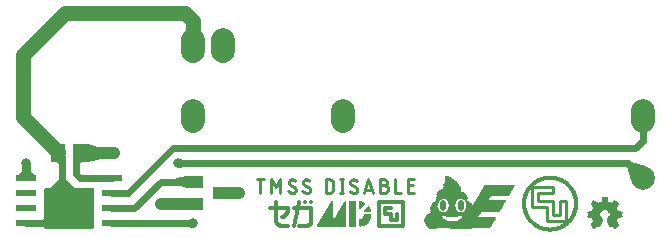
<source format=gbr>
G04 EAGLE Gerber RS-274X export*
G75*
%MOMM*%
%FSLAX34Y34*%
%LPD*%
%INTop Copper*%
%IPPOS*%
%AMOC8*
5,1,8,0,0,1.08239X$1,22.5*%
G01*
%ADD10C,0.279400*%
%ADD11C,0.304800*%
%ADD12R,0.306000X0.018000*%
%ADD13R,0.882000X0.018000*%
%ADD14R,0.558000X0.018000*%
%ADD15R,1.746000X0.018000*%
%ADD16R,0.648000X0.018000*%
%ADD17R,1.854000X0.018000*%
%ADD18R,0.954000X0.018000*%
%ADD19R,2.088000X0.018000*%
%ADD20R,1.188000X0.018000*%
%ADD21R,3.618000X0.018000*%
%ADD22R,5.256000X0.018000*%
%ADD23R,5.292000X0.018000*%
%ADD24R,5.310000X0.018000*%
%ADD25R,5.364000X0.018000*%
%ADD26R,5.382000X0.018000*%
%ADD27R,5.418000X0.018000*%
%ADD28R,5.436000X0.018000*%
%ADD29R,5.454000X0.018000*%
%ADD30R,5.490000X0.018000*%
%ADD31R,5.526000X0.018000*%
%ADD32R,5.544000X0.018000*%
%ADD33R,5.562000X0.018000*%
%ADD34R,5.580000X0.018000*%
%ADD35R,5.598000X0.018000*%
%ADD36R,5.634000X0.018000*%
%ADD37R,5.670000X0.018000*%
%ADD38R,5.688000X0.018000*%
%ADD39R,5.706000X0.018000*%
%ADD40R,5.724000X0.018000*%
%ADD41R,5.742000X0.018000*%
%ADD42R,5.760000X0.018000*%
%ADD43R,5.778000X0.018000*%
%ADD44R,5.796000X0.018000*%
%ADD45R,5.814000X0.018000*%
%ADD46R,2.124000X0.018000*%
%ADD47R,3.330000X0.018000*%
%ADD48R,2.070000X0.018000*%
%ADD49R,3.258000X0.018000*%
%ADD50R,1.998000X0.018000*%
%ADD51R,3.204000X0.018000*%
%ADD52R,1.944000X0.018000*%
%ADD53R,3.168000X0.018000*%
%ADD54R,1.908000X0.018000*%
%ADD55R,3.132000X0.018000*%
%ADD56R,3.114000X0.018000*%
%ADD57R,1.818000X0.018000*%
%ADD58R,3.078000X0.018000*%
%ADD59R,1.800000X0.018000*%
%ADD60R,1.764000X0.018000*%
%ADD61R,3.042000X0.018000*%
%ADD62R,1.692000X0.018000*%
%ADD63R,3.024000X0.018000*%
%ADD64R,1.674000X0.018000*%
%ADD65R,3.006000X0.018000*%
%ADD66R,1.656000X0.018000*%
%ADD67R,2.988000X0.018000*%
%ADD68R,1.620000X0.018000*%
%ADD69R,2.970000X0.018000*%
%ADD70R,1.602000X0.018000*%
%ADD71R,2.952000X0.018000*%
%ADD72R,1.584000X0.018000*%
%ADD73R,1.530000X0.018000*%
%ADD74R,2.934000X0.018000*%
%ADD75R,1.494000X0.018000*%
%ADD76R,1.476000X0.018000*%
%ADD77R,2.916000X0.018000*%
%ADD78R,1.458000X0.018000*%
%ADD79R,2.898000X0.018000*%
%ADD80R,1.422000X0.018000*%
%ADD81R,1.386000X0.018000*%
%ADD82R,2.880000X0.018000*%
%ADD83R,1.368000X0.018000*%
%ADD84R,1.350000X0.018000*%
%ADD85R,0.828000X0.018000*%
%ADD86R,1.404000X0.018000*%
%ADD87R,1.044000X0.018000*%
%ADD88R,4.464000X0.018000*%
%ADD89R,4.428000X0.018000*%
%ADD90R,4.392000X0.018000*%
%ADD91R,4.374000X0.018000*%
%ADD92R,4.356000X0.018000*%
%ADD93R,4.338000X0.018000*%
%ADD94R,4.266000X0.018000*%
%ADD95R,4.284000X0.018000*%
%ADD96R,4.212000X0.018000*%
%ADD97R,0.972000X0.018000*%
%ADD98R,0.900000X0.018000*%
%ADD99R,1.314000X0.018000*%
%ADD100R,0.846000X0.018000*%
%ADD101R,1.206000X0.018000*%
%ADD102R,1.116000X0.018000*%
%ADD103R,1.512000X0.018000*%
%ADD104R,0.810000X0.018000*%
%ADD105R,1.008000X0.018000*%
%ADD106R,0.774000X0.018000*%
%ADD107R,0.756000X0.018000*%
%ADD108R,0.936000X0.018000*%
%ADD109R,0.738000X0.018000*%
%ADD110R,0.720000X0.018000*%
%ADD111R,0.864000X0.018000*%
%ADD112R,0.792000X0.018000*%
%ADD113R,0.702000X0.018000*%
%ADD114R,0.162000X0.018000*%
%ADD115R,0.144000X0.018000*%
%ADD116R,0.198000X0.018000*%
%ADD117R,0.684000X0.018000*%
%ADD118R,0.270000X0.018000*%
%ADD119R,0.288000X0.018000*%
%ADD120R,0.666000X0.018000*%
%ADD121R,0.342000X0.018000*%
%ADD122R,0.324000X0.018000*%
%ADD123R,0.378000X0.018000*%
%ADD124R,0.396000X0.018000*%
%ADD125R,0.414000X0.018000*%
%ADD126R,0.612000X0.018000*%
%ADD127R,0.432000X0.018000*%
%ADD128R,0.450000X0.018000*%
%ADD129R,0.630000X0.018000*%
%ADD130R,0.468000X0.018000*%
%ADD131R,0.594000X0.018000*%
%ADD132R,0.486000X0.018000*%
%ADD133R,0.576000X0.018000*%
%ADD134R,0.504000X0.018000*%
%ADD135R,0.522000X0.018000*%
%ADD136R,0.540000X0.018000*%
%ADD137R,3.060000X0.018000*%
%ADD138R,3.096000X0.018000*%
%ADD139R,2.574000X0.018000*%
%ADD140R,2.592000X0.018000*%
%ADD141R,2.556000X0.018000*%
%ADD142R,0.360000X0.018000*%
%ADD143R,0.252000X0.018000*%
%ADD144R,0.234000X0.018000*%
%ADD145R,0.216000X0.018000*%
%ADD146R,0.180000X0.018000*%
%ADD147R,0.108000X0.018000*%
%ADD148R,1.062000X0.018000*%
%ADD149R,1.080000X0.018000*%
%ADD150R,2.628000X0.018000*%
%ADD151R,2.610000X0.018000*%
%ADD152R,2.538000X0.018000*%
%ADD153R,2.520000X0.018000*%
%ADD154R,2.502000X0.018000*%
%ADD155R,2.466000X0.018000*%
%ADD156R,2.430000X0.018000*%
%ADD157R,2.394000X0.018000*%
%ADD158R,2.358000X0.018000*%
%ADD159R,2.340000X0.018000*%
%ADD160R,2.286000X0.018000*%
%ADD161R,2.250000X0.018000*%
%ADD162R,2.214000X0.018000*%
%ADD163R,2.160000X0.018000*%
%ADD164R,2.106000X0.018000*%
%ADD165R,2.034000X0.018000*%
%ADD166R,1.890000X0.018000*%
%ADD167R,1.872000X0.018000*%
%ADD168R,1.836000X0.018000*%
%ADD169R,1.782000X0.018000*%
%ADD170R,1.728000X0.018000*%
%ADD171R,1.638000X0.018000*%
%ADD172R,1.566000X0.018000*%
%ADD173R,1.440000X0.018000*%
%ADD174R,1.332000X0.018000*%
%ADD175R,1.296000X0.018000*%
%ADD176R,1.224000X0.018000*%
%ADD177R,1.170000X0.018000*%
%ADD178R,1.152000X0.018000*%
%ADD179R,1.098000X0.018000*%
%ADD180R,1.026000X0.018000*%
%ADD181R,0.036000X0.018000*%
%ADD182R,0.012400X0.002500*%
%ADD183R,0.009900X0.002500*%
%ADD184R,0.022400X0.002500*%
%ADD185R,0.020000X0.002500*%
%ADD186R,0.030100X0.002500*%
%ADD187R,0.040100X0.002500*%
%ADD188R,0.035100X0.002500*%
%ADD189R,0.045000X0.002500*%
%ADD190R,0.044900X0.002500*%
%ADD191R,0.052600X0.002500*%
%ADD192R,0.052400X0.002500*%
%ADD193R,0.060100X0.002500*%
%ADD194R,0.057500X0.002500*%
%ADD195R,0.067500X0.002500*%
%ADD196R,0.065000X0.002500*%
%ADD197R,0.072400X0.002500*%
%ADD198R,0.070100X0.002500*%
%ADD199R,0.079900X0.002500*%
%ADD200R,0.080100X0.002500*%
%ADD201R,0.085000X0.002500*%
%ADD202R,0.092500X0.002500*%
%ADD203R,0.092400X0.002500*%
%ADD204R,0.097400X0.002500*%
%ADD205R,0.104900X0.002500*%
%ADD206R,0.105000X0.002500*%
%ADD207R,0.112600X0.002500*%
%ADD208R,0.110100X0.002500*%
%ADD209R,0.120000X0.002500*%
%ADD210R,0.117500X0.002500*%
%ADD211R,0.125000X0.002500*%
%ADD212R,0.122500X0.002500*%
%ADD213R,0.132400X0.002500*%
%ADD214R,0.130000X0.002500*%
%ADD215R,0.137600X0.002500*%
%ADD216R,0.135000X0.002500*%
%ADD217R,0.145000X0.002500*%
%ADD218R,0.140000X0.002500*%
%ADD219R,0.150100X0.002500*%
%ADD220R,0.147500X0.002500*%
%ADD221R,0.157500X0.002500*%
%ADD222R,0.152400X0.002500*%
%ADD223R,0.162600X0.002500*%
%ADD224R,0.162500X0.002500*%
%ADD225R,0.169900X0.002500*%
%ADD226R,0.167500X0.002500*%
%ADD227R,0.175100X0.002500*%
%ADD228R,0.175000X0.002500*%
%ADD229R,0.182500X0.002500*%
%ADD230R,0.180100X0.002500*%
%ADD231R,0.187400X0.002500*%
%ADD232R,0.187500X0.002500*%
%ADD233R,0.192500X0.002500*%
%ADD234R,0.192400X0.002500*%
%ADD235R,0.200000X0.002500*%
%ADD236R,0.199900X0.002500*%
%ADD237R,0.207500X0.002500*%
%ADD238R,0.205000X0.002500*%
%ADD239R,0.212400X0.002500*%
%ADD240R,0.212600X0.002500*%
%ADD241R,0.217500X0.002500*%
%ADD242R,0.217600X0.002500*%
%ADD243R,0.225000X0.002500*%
%ADD244R,0.229900X0.002500*%
%ADD245R,0.230000X0.002500*%
%ADD246R,0.237400X0.002500*%
%ADD247R,0.237500X0.002500*%
%ADD248R,0.242500X0.002500*%
%ADD249R,0.242400X0.002500*%
%ADD250R,0.250000X0.002500*%
%ADD251R,0.255000X0.002500*%
%ADD252R,0.262600X0.002500*%
%ADD253R,0.260000X0.002500*%
%ADD254R,0.267600X0.002500*%
%ADD255R,0.267500X0.002500*%
%ADD256R,0.275000X0.002500*%
%ADD257R,0.272500X0.002500*%
%ADD258R,0.280100X0.002500*%
%ADD259R,0.280000X0.002500*%
%ADD260R,0.285000X0.002500*%
%ADD261R,0.285100X0.002500*%
%ADD262R,0.292500X0.002500*%
%ADD263R,0.297600X0.002500*%
%ADD264R,0.297400X0.002500*%
%ADD265R,0.305100X0.002500*%
%ADD266R,0.304900X0.002500*%
%ADD267R,0.309900X0.002500*%
%ADD268R,0.310000X0.002500*%
%ADD269R,0.317400X0.002500*%
%ADD270R,0.317600X0.002500*%
%ADD271R,0.322500X0.002500*%
%ADD272R,0.322600X0.002500*%
%ADD273R,0.330000X0.002500*%
%ADD274R,0.334900X0.002500*%
%ADD275R,0.335000X0.002500*%
%ADD276R,0.342400X0.002500*%
%ADD277R,0.339900X0.002500*%
%ADD278R,0.347500X0.002500*%
%ADD279R,0.004900X0.002500*%
%ADD280R,0.347400X0.002500*%
%ADD281R,0.352500X0.002500*%
%ADD282R,0.012500X0.002500*%
%ADD283R,0.015000X0.002500*%
%ADD284R,0.360000X0.002500*%
%ADD285R,0.022500X0.002500*%
%ADD286R,0.360100X0.002500*%
%ADD287R,0.365000X0.002500*%
%ADD288R,0.032600X0.002500*%
%ADD289R,0.030000X0.002500*%
%ADD290R,0.372500X0.002500*%
%ADD291R,0.037500X0.002500*%
%ADD292R,0.037600X0.002500*%
%ADD293R,0.377500X0.002500*%
%ADD294R,0.045100X0.002500*%
%ADD295R,0.385000X0.002500*%
%ADD296R,0.050000X0.002500*%
%ADD297R,0.050100X0.002500*%
%ADD298R,0.389900X0.002500*%
%ADD299R,0.390100X0.002500*%
%ADD300R,0.397400X0.002500*%
%ADD301R,0.062500X0.002500*%
%ADD302R,0.397500X0.002500*%
%ADD303R,0.404900X0.002500*%
%ADD304R,0.069900X0.002500*%
%ADD305R,0.410000X0.002500*%
%ADD306R,0.074900X0.002500*%
%ADD307R,0.075000X0.002500*%
%ADD308R,0.409900X0.002500*%
%ADD309R,0.417600X0.002500*%
%ADD310R,0.082400X0.002500*%
%ADD311R,0.082500X0.002500*%
%ADD312R,0.417500X0.002500*%
%ADD313R,0.422500X0.002500*%
%ADD314R,0.087400X0.002500*%
%ADD315R,0.087600X0.002500*%
%ADD316R,0.422600X0.002500*%
%ADD317R,0.427600X0.002500*%
%ADD318R,0.095100X0.002500*%
%ADD319R,0.095000X0.002500*%
%ADD320R,0.430100X0.002500*%
%ADD321R,0.435100X0.002500*%
%ADD322R,0.100100X0.002500*%
%ADD323R,0.435000X0.002500*%
%ADD324R,0.442600X0.002500*%
%ADD325R,0.107600X0.002500*%
%ADD326R,0.107400X0.002500*%
%ADD327R,0.442500X0.002500*%
%ADD328R,0.447500X0.002500*%
%ADD329R,0.112500X0.002500*%
%ADD330R,0.447400X0.002500*%
%ADD331R,0.455100X0.002500*%
%ADD332R,0.455000X0.002500*%
%ADD333R,0.460100X0.002500*%
%ADD334R,0.460000X0.002500*%
%ADD335R,0.467500X0.002500*%
%ADD336R,0.129900X0.002500*%
%ADD337R,0.475000X0.002500*%
%ADD338R,0.137500X0.002500*%
%ADD339R,0.137400X0.002500*%
%ADD340R,0.480000X0.002500*%
%ADD341R,0.142400X0.002500*%
%ADD342R,0.142500X0.002500*%
%ADD343R,0.487500X0.002500*%
%ADD344R,0.150000X0.002500*%
%ADD345R,0.487600X0.002500*%
%ADD346R,0.495000X0.002500*%
%ADD347R,0.155000X0.002500*%
%ADD348R,0.155100X0.002500*%
%ADD349R,0.495100X0.002500*%
%ADD350R,0.499900X0.002500*%
%ADD351R,0.162400X0.002500*%
%ADD352R,0.500000X0.002500*%
%ADD353R,0.507400X0.002500*%
%ADD354R,0.170100X0.002500*%
%ADD355R,0.170000X0.002500*%
%ADD356R,0.514900X0.002500*%
%ADD357R,0.709900X0.002500*%
%ADD358R,0.707400X0.002500*%
%ADD359R,0.712400X0.002500*%
%ADD360R,0.710000X0.002500*%
%ADD361R,0.717400X0.002500*%
%ADD362R,0.715000X0.002500*%
%ADD363R,0.719900X0.002500*%
%ADD364R,0.717500X0.002500*%
%ADD365R,0.725000X0.002500*%
%ADD366R,0.722600X0.002500*%
%ADD367R,0.725100X0.002500*%
%ADD368R,0.727500X0.002500*%
%ADD369R,0.727600X0.002500*%
%ADD370R,0.732500X0.002500*%
%ADD371R,0.732400X0.002500*%
%ADD372R,0.735000X0.002500*%
%ADD373R,0.734900X0.002500*%
%ADD374R,0.739900X0.002500*%
%ADD375R,0.742500X0.002500*%
%ADD376R,0.747500X0.002500*%
%ADD377R,0.750000X0.002500*%
%ADD378R,0.752500X0.002500*%
%ADD379R,0.757600X0.002500*%
%ADD380R,0.760100X0.002500*%
%ADD381R,0.765100X0.002500*%
%ADD382R,0.762400X0.002500*%
%ADD383R,0.767600X0.002500*%
%ADD384R,0.764900X0.002500*%
%ADD385R,0.769900X0.002500*%
%ADD386R,0.772600X0.002500*%
%ADD387R,0.772500X0.002500*%
%ADD388R,0.775000X0.002500*%
%ADD389R,0.779900X0.002500*%
%ADD390R,0.780000X0.002500*%
%ADD391R,0.782400X0.002500*%
%ADD392R,0.782500X0.002500*%
%ADD393R,0.787500X0.002500*%
%ADD394R,0.785100X0.002500*%
%ADD395R,0.790000X0.002500*%
%ADD396R,0.787600X0.002500*%
%ADD397R,0.795000X0.002500*%
%ADD398R,0.794900X0.002500*%
%ADD399R,0.797500X0.002500*%
%ADD400R,0.797400X0.002500*%
%ADD401R,0.802500X0.002500*%
%ADD402R,0.807400X0.002500*%
%ADD403R,0.805000X0.002500*%
%ADD404R,0.809900X0.002500*%
%ADD405R,0.810000X0.002500*%
%ADD406R,0.810100X0.002500*%
%ADD407R,0.807500X0.002500*%
%ADD408R,0.807600X0.002500*%
%ADD409R,0.805100X0.002500*%
%ADD410R,0.802400X0.002500*%
%ADD411R,0.804900X0.002500*%
%ADD412R,0.802600X0.002500*%
%ADD413R,0.799900X0.002500*%
%ADD414R,0.800100X0.002500*%
%ADD415R,0.800000X0.002500*%
%ADD416R,0.797600X0.002500*%
%ADD417R,0.792500X0.002500*%
%ADD418R,0.792400X0.002500*%
%ADD419R,0.789900X0.002500*%
%ADD420R,0.790100X0.002500*%
%ADD421R,0.787400X0.002500*%
%ADD422R,0.785000X0.002500*%
%ADD423R,0.784900X0.002500*%
%ADD424R,0.782600X0.002500*%
%ADD425R,0.780100X0.002500*%
%ADD426R,0.777500X0.002500*%
%ADD427R,0.777400X0.002500*%
%ADD428R,0.777600X0.002500*%
%ADD429R,0.775100X0.002500*%
%ADD430R,0.772400X0.002500*%
%ADD431R,0.770000X0.002500*%
%ADD432R,0.767500X0.002500*%
%ADD433R,0.770100X0.002500*%
%ADD434R,0.765000X0.002500*%
%ADD435R,0.767400X0.002500*%
%ADD436R,0.762500X0.002500*%
%ADD437R,0.760000X0.002500*%
%ADD438R,0.757500X0.002500*%
%ADD439R,0.759900X0.002500*%
%ADD440R,0.757400X0.002500*%
%ADD441R,0.755100X0.002500*%
%ADD442R,0.752600X0.002500*%
%ADD443R,0.754900X0.002500*%
%ADD444R,0.755000X0.002500*%
%ADD445R,0.750100X0.002500*%
%ADD446R,0.749900X0.002500*%
%ADD447R,0.747400X0.002500*%
%ADD448R,0.744900X0.002500*%
%ADD449R,0.745000X0.002500*%
%ADD450R,0.747600X0.002500*%
%ADD451R,0.745100X0.002500*%
%ADD452R,0.742400X0.002500*%
%ADD453R,0.740000X0.002500*%
%ADD454R,0.737600X0.002500*%
%ADD455R,0.812600X0.002500*%
%ADD456R,0.812500X0.002500*%
%ADD457R,0.815000X0.002500*%
%ADD458R,0.817600X0.002500*%
%ADD459R,0.817500X0.002500*%
%ADD460R,0.820100X0.002500*%
%ADD461R,0.820000X0.002500*%
%ADD462R,0.822500X0.002500*%
%ADD463R,0.825000X0.002500*%
%ADD464R,0.827600X0.002500*%
%ADD465R,0.830100X0.002500*%
%ADD466R,0.832600X0.002500*%
%ADD467R,0.832500X0.002500*%
%ADD468R,0.834900X0.002500*%
%ADD469R,0.837600X0.002500*%
%ADD470R,0.837400X0.002500*%
%ADD471R,0.840100X0.002500*%
%ADD472R,0.839900X0.002500*%
%ADD473R,0.842500X0.002500*%
%ADD474R,0.844900X0.002500*%
%ADD475R,0.845000X0.002500*%
%ADD476R,0.847600X0.002500*%
%ADD477R,0.847500X0.002500*%
%ADD478R,0.850000X0.002500*%
%ADD479R,0.850100X0.002500*%
%ADD480R,0.852500X0.002500*%
%ADD481R,0.855100X0.002500*%
%ADD482R,0.855000X0.002500*%
%ADD483R,0.857500X0.002500*%
%ADD484R,0.860000X0.002500*%
%ADD485R,0.864900X0.002500*%
%ADD486R,0.865000X0.002500*%
%ADD487R,0.870000X0.002500*%
%ADD488R,0.870100X0.002500*%
%ADD489R,0.872500X0.002500*%
%ADD490R,0.875000X0.002500*%
%ADD491R,0.874900X0.002500*%
%ADD492R,0.872400X0.002500*%
%ADD493R,0.867400X0.002500*%
%ADD494R,0.867500X0.002500*%
%ADD495R,0.862500X0.002500*%
%ADD496R,0.857600X0.002500*%
%ADD497R,0.852400X0.002500*%
%ADD498R,0.842600X0.002500*%
%ADD499R,0.837500X0.002500*%
%ADD500R,0.835000X0.002500*%
%ADD501R,0.832400X0.002500*%
%ADD502R,0.830000X0.002500*%
%ADD503R,0.824900X0.002500*%
%ADD504R,0.825100X0.002500*%
%ADD505R,0.822600X0.002500*%
%ADD506R,0.815100X0.002500*%
%ADD507R,0.827400X0.002500*%
%ADD508R,0.880000X0.002500*%
%ADD509R,0.877500X0.002500*%
%ADD510R,0.892500X0.002500*%
%ADD511R,0.890000X0.002500*%
%ADD512R,0.902500X0.002500*%
%ADD513R,0.899900X0.002500*%
%ADD514R,0.915000X0.002500*%
%ADD515R,0.912600X0.002500*%
%ADD516R,0.925100X0.002500*%
%ADD517R,0.922500X0.002500*%
%ADD518R,0.940000X0.002500*%
%ADD519R,0.934900X0.002500*%
%ADD520R,0.949900X0.002500*%
%ADD521R,0.947500X0.002500*%
%ADD522R,0.962400X0.002500*%
%ADD523R,0.957500X0.002500*%
%ADD524R,0.977400X0.002500*%
%ADD525R,0.972400X0.002500*%
%ADD526R,0.987600X0.002500*%
%ADD527R,0.982600X0.002500*%
%ADD528R,0.997500X0.002500*%
%ADD529R,0.992400X0.002500*%
%ADD530R,1.010100X0.002500*%
%ADD531R,1.005000X0.002500*%
%ADD532R,1.020000X0.002500*%
%ADD533R,1.015000X0.002500*%
%ADD534R,1.032400X0.002500*%
%ADD535R,1.027400X0.002500*%
%ADD536R,1.040000X0.002500*%
%ADD537R,1.052500X0.002500*%
%ADD538R,1.050100X0.002500*%
%ADD539R,1.062500X0.002500*%
%ADD540R,1.060100X0.002500*%
%ADD541R,1.075100X0.002500*%
%ADD542R,1.070100X0.002500*%
%ADD543R,1.082600X0.002500*%
%ADD544R,1.077500X0.002500*%
%ADD545R,1.090000X0.002500*%
%ADD546R,1.099900X0.002500*%
%ADD547R,1.095000X0.002500*%
%ADD548R,1.105000X0.002500*%
%ADD549R,1.102400X0.002500*%
%ADD550R,1.107500X0.002500*%
%ADD551R,1.102600X0.002500*%
%ADD552R,1.105100X0.002500*%
%ADD553R,1.102500X0.002500*%
%ADD554R,1.100100X0.002500*%
%ADD555R,1.100000X0.002500*%
%ADD556R,1.097600X0.002500*%
%ADD557R,1.097500X0.002500*%
%ADD558R,1.095100X0.002500*%
%ADD559R,1.094900X0.002500*%
%ADD560R,1.092500X0.002500*%
%ADD561R,1.087500X0.002500*%
%ADD562R,1.087600X0.002500*%
%ADD563R,1.084900X0.002500*%
%ADD564R,1.085000X0.002500*%
%ADD565R,1.082400X0.002500*%
%ADD566R,1.082500X0.002500*%
%ADD567R,1.080000X0.002500*%
%ADD568R,1.080100X0.002500*%
%ADD569R,1.077600X0.002500*%
%ADD570R,1.075000X0.002500*%
%ADD571R,1.072500X0.002500*%
%ADD572R,1.072600X0.002500*%
%ADD573R,1.067500X0.002500*%
%ADD574R,1.065000X0.002500*%
%ADD575R,1.107600X0.002500*%
%ADD576R,1.110000X0.002500*%
%ADD577R,1.092600X0.002500*%
%ADD578R,1.070000X0.002500*%
%ADD579R,1.060000X0.002500*%
%ADD580R,1.039900X0.002500*%
%ADD581R,1.049900X0.002500*%
%ADD582R,1.029900X0.002500*%
%ADD583R,1.037500X0.002500*%
%ADD584R,1.025000X0.002500*%
%ADD585R,1.002600X0.002500*%
%ADD586R,0.979900X0.002500*%
%ADD587R,0.964900X0.002500*%
%ADD588R,0.972500X0.002500*%
%ADD589R,0.955000X0.002500*%
%ADD590R,0.957400X0.002500*%
%ADD591R,0.945000X0.002500*%
%ADD592R,0.947600X0.002500*%
%ADD593R,0.932600X0.002500*%
%ADD594R,0.937500X0.002500*%
%ADD595R,0.920000X0.002500*%
%ADD596R,0.924900X0.002500*%
%ADD597R,0.907400X0.002500*%
%ADD598R,0.897400X0.002500*%
%ADD599R,0.902400X0.002500*%
%ADD600R,0.887600X0.002500*%
%ADD601R,0.892600X0.002500*%
%ADD602R,0.877600X0.002500*%
%ADD603R,0.882500X0.002500*%
%ADD604R,0.869900X0.002500*%
%ADD605R,0.849900X0.002500*%
%ADD606R,0.835100X0.002500*%
%ADD607R,0.822400X0.002500*%
%ADD608R,0.792600X0.002500*%
%ADD609R,0.795100X0.002500*%
%ADD610R,0.827500X0.002500*%
%ADD611R,0.840000X0.002500*%
%ADD612R,0.854900X0.002500*%
%ADD613R,0.859900X0.002500*%
%ADD614R,0.862400X0.002500*%
%ADD615R,0.879900X0.002500*%
%ADD616R,0.887400X0.002500*%
%ADD617R,0.885000X0.002500*%
%ADD618R,0.897500X0.002500*%
%ADD619R,0.905000X0.002500*%
%ADD620R,0.907500X0.002500*%
%ADD621R,0.910100X0.002500*%
%ADD622R,0.917500X0.002500*%
%ADD623R,0.922400X0.002500*%
%ADD624R,0.925000X0.002500*%
%ADD625R,0.932400X0.002500*%
%ADD626R,0.930000X0.002500*%
%ADD627R,0.942400X0.002500*%
%ADD628R,0.942500X0.002500*%
%ADD629R,0.952400X0.002500*%
%ADD630R,0.952500X0.002500*%
%ADD631R,0.967500X0.002500*%
%ADD632R,0.965100X0.002500*%
%ADD633R,0.985100X0.002500*%
%ADD634R,2.047500X0.002500*%
%ADD635R,2.045000X0.002500*%
%ADD636R,2.042500X0.002500*%
%ADD637R,2.040000X0.002500*%
%ADD638R,2.037500X0.002500*%
%ADD639R,2.035000X0.002500*%
%ADD640R,2.032600X0.002500*%
%ADD641R,2.030100X0.002500*%
%ADD642R,2.027600X0.002500*%
%ADD643R,2.025100X0.002500*%
%ADD644R,2.022600X0.002500*%
%ADD645R,2.020100X0.002500*%
%ADD646R,2.017600X0.002500*%
%ADD647R,2.015100X0.002500*%
%ADD648R,2.012600X0.002500*%
%ADD649R,2.010000X0.002500*%
%ADD650R,2.007400X0.002500*%
%ADD651R,2.004900X0.002500*%
%ADD652R,2.002400X0.002500*%
%ADD653R,1.999900X0.002500*%
%ADD654R,1.997400X0.002500*%
%ADD655R,1.994900X0.002500*%
%ADD656R,1.992500X0.002500*%
%ADD657R,1.990000X0.002500*%
%ADD658R,1.987500X0.002500*%
%ADD659R,1.985000X0.002500*%
%ADD660R,1.982500X0.002500*%
%ADD661R,1.980000X0.002500*%
%ADD662R,1.977500X0.002500*%
%ADD663R,1.975000X0.002500*%
%ADD664R,1.972500X0.002500*%
%ADD665R,1.970000X0.002500*%
%ADD666R,1.967500X0.002500*%
%ADD667R,1.965000X0.002500*%
%ADD668R,1.962400X0.002500*%
%ADD669R,1.957400X0.002500*%
%ADD670R,1.954900X0.002500*%
%ADD671R,1.952400X0.002500*%
%ADD672R,1.947500X0.002500*%
%ADD673R,1.942600X0.002500*%
%ADD674R,1.937500X0.002500*%
%ADD675R,1.932600X0.002500*%
%ADD676R,1.927500X0.002500*%
%ADD677R,1.930100X0.002500*%
%ADD678R,1.935000X0.002500*%
%ADD679R,1.940100X0.002500*%
%ADD680R,1.959900X0.002500*%
%ADD681R,2.050100X0.002500*%
%ADD682R,2.052500X0.002500*%
%ADD683R,2.057500X0.002500*%
%ADD684R,2.060000X0.002500*%
%ADD685R,2.062500X0.002500*%
%ADD686R,2.067500X0.002500*%
%ADD687R,2.070000X0.002500*%
%ADD688R,2.072500X0.002500*%
%ADD689R,2.077400X0.002500*%
%ADD690R,2.079900X0.002500*%
%ADD691R,2.082400X0.002500*%
%ADD692R,2.087400X0.002500*%
%ADD693R,2.090000X0.002500*%
%ADD694R,2.092500X0.002500*%
%ADD695R,2.097500X0.002500*%
%ADD696R,2.100000X0.002500*%
%ADD697R,2.102500X0.002500*%
%ADD698R,2.107500X0.002500*%
%ADD699R,2.110000X0.002500*%
%ADD700R,2.112500X0.002500*%
%ADD701R,2.117500X0.002500*%
%ADD702R,2.119900X0.002500*%
%ADD703R,2.122400X0.002500*%
%ADD704R,2.127400X0.002500*%
%ADD705R,2.129900X0.002500*%
%ADD706R,2.135000X0.002500*%
%ADD707R,2.137600X0.002500*%
%ADD708R,2.142600X0.002500*%
%ADD709R,2.145100X0.002500*%
%ADD710R,2.147600X0.002500*%
%ADD711R,2.152600X0.002500*%
%ADD712R,2.155100X0.002500*%
%ADD713R,2.157600X0.002500*%
%ADD714R,2.162500X0.002500*%
%ADD715R,2.165000X0.002500*%
%ADD716R,2.167500X0.002500*%
%ADD717R,2.172500X0.002500*%
%ADD718R,2.175100X0.002500*%
%ADD719R,2.177500X0.002500*%
%ADD720R,2.182500X0.002500*%
%ADD721R,2.187500X0.002500*%
%ADD722R,2.190000X0.002500*%
%ADD723R,2.192500X0.002500*%
%ADD724R,2.197500X0.002500*%
%ADD725R,2.199900X0.002500*%
%ADD726R,2.202400X0.002500*%
%ADD727R,2.207400X0.002500*%
%ADD728R,2.209900X0.002500*%
%ADD729R,2.212400X0.002500*%
%ADD730R,2.217500X0.002500*%
%ADD731R,2.220000X0.002500*%
%ADD732R,2.222500X0.002500*%
%ADD733R,2.227500X0.002500*%
%ADD734R,2.230000X0.002500*%
%ADD735R,2.232500X0.002500*%
%ADD736R,2.237500X0.002500*%
%ADD737R,2.240000X0.002500*%
%ADD738R,2.242500X0.002500*%
%ADD739R,2.247400X0.002500*%
%ADD740R,2.249900X0.002500*%
%ADD741R,2.252400X0.002500*%
%ADD742R,2.257400X0.002500*%
%ADD743R,2.262600X0.002500*%
%ADD744R,2.267600X0.002500*%
%ADD745R,2.272600X0.002500*%
%ADD746R,2.277600X0.002500*%
%ADD747R,2.282600X0.002500*%
%ADD748R,2.287500X0.002500*%
%ADD749R,2.292500X0.002500*%
%ADD750R,2.297500X0.002500*%
%ADD751R,2.302600X0.002500*%
%ADD752R,2.307500X0.002500*%
%ADD753R,2.312500X0.002500*%
%ADD754R,2.315000X0.002500*%
%ADD755R,2.317500X0.002500*%
%ADD756R,2.322500X0.002500*%
%ADD757R,2.327400X0.002500*%
%ADD758R,2.332400X0.002500*%
%ADD759R,2.337400X0.002500*%
%ADD760R,2.342500X0.002500*%
%ADD761R,2.347500X0.002500*%
%ADD762R,2.334900X0.002500*%
%ADD763R,2.320000X0.002500*%
%ADD764R,2.245000X0.002500*%
%ADD765R,0.555000X0.002500*%
%ADD766R,0.555100X0.002500*%
%ADD767R,0.550000X0.002500*%
%ADD768R,1.087400X0.002500*%
%ADD769R,0.542500X0.002500*%
%ADD770R,0.535000X0.002500*%
%ADD771R,1.057500X0.002500*%
%ADD772R,0.529900X0.002500*%
%ADD773R,1.042500X0.002500*%
%ADD774R,0.530100X0.002500*%
%ADD775R,0.522400X0.002500*%
%ADD776R,1.030000X0.002500*%
%ADD777R,0.522600X0.002500*%
%ADD778R,1.015100X0.002500*%
%ADD779R,0.510000X0.002500*%
%ADD780R,1.002500X0.002500*%
%ADD781R,0.509900X0.002500*%
%ADD782R,0.502500X0.002500*%
%ADD783R,0.990000X0.002500*%
%ADD784R,0.502400X0.002500*%
%ADD785R,0.497400X0.002500*%
%ADD786R,0.974900X0.002500*%
%ADD787R,0.489900X0.002500*%
%ADD788R,0.962500X0.002500*%
%ADD789R,0.490100X0.002500*%
%ADD790R,0.485000X0.002500*%
%ADD791R,0.950100X0.002500*%
%ADD792R,0.482500X0.002500*%
%ADD793R,0.477500X0.002500*%
%ADD794R,0.937600X0.002500*%
%ADD795R,0.472500X0.002500*%
%ADD796R,0.922600X0.002500*%
%ADD797R,0.470000X0.002500*%
%ADD798R,0.465100X0.002500*%
%ADD799R,0.912400X0.002500*%
%ADD800R,0.464900X0.002500*%
%ADD801R,0.897600X0.002500*%
%ADD802R,0.457500X0.002500*%
%ADD803R,0.452600X0.002500*%
%ADD804R,0.887500X0.002500*%
%ADD805R,0.452500X0.002500*%
%ADD806R,0.447600X0.002500*%
%ADD807R,0.445000X0.002500*%
%ADD808R,0.440100X0.002500*%
%ADD809R,0.860100X0.002500*%
%ADD810R,0.440000X0.002500*%
%ADD811R,0.432500X0.002500*%
%ADD812R,0.427500X0.002500*%
%ADD813R,0.420100X0.002500*%
%ADD814R,0.415000X0.002500*%
%ADD815R,0.414900X0.002500*%
%ADD816R,0.407400X0.002500*%
%ADD817R,0.402400X0.002500*%
%ADD818R,0.399900X0.002500*%
%ADD819R,0.395100X0.002500*%
%ADD820R,0.390000X0.002500*%
%ADD821R,0.387600X0.002500*%
%ADD822R,0.384900X0.002500*%
%ADD823R,0.382500X0.002500*%
%ADD824R,0.724900X0.002500*%
%ADD825R,0.370000X0.002500*%
%ADD826R,0.715100X0.002500*%
%ADD827R,0.704900X0.002500*%
%ADD828R,0.357500X0.002500*%
%ADD829R,0.695100X0.002500*%
%ADD830R,0.679900X0.002500*%
%ADD831R,0.344900X0.002500*%
%ADD832R,0.670100X0.002500*%
%ADD833R,0.340000X0.002500*%
%ADD834R,0.659900X0.002500*%
%ADD835R,0.332500X0.002500*%
%ADD836R,0.327500X0.002500*%
%ADD837R,0.647600X0.002500*%
%ADD838R,0.322400X0.002500*%
%ADD839R,0.635000X0.002500*%
%ADD840R,0.320100X0.002500*%
%ADD841R,0.314900X0.002500*%
%ADD842R,0.625000X0.002500*%
%ADD843R,0.315100X0.002500*%
%ADD844R,0.310100X0.002500*%
%ADD845R,0.615000X0.002500*%
%ADD846R,0.302600X0.002500*%
%ADD847R,0.605000X0.002500*%
%ADD848R,0.302400X0.002500*%
%ADD849R,0.297500X0.002500*%
%ADD850R,0.592500X0.002500*%
%ADD851R,0.290000X0.002500*%
%ADD852R,0.582400X0.002500*%
%ADD853R,0.290100X0.002500*%
%ADD854R,0.577400X0.002500*%
%ADD855R,0.277600X0.002500*%
%ADD856R,0.567600X0.002500*%
%ADD857R,0.277500X0.002500*%
%ADD858R,0.265100X0.002500*%
%ADD859R,0.565100X0.002500*%
%ADD860R,0.265000X0.002500*%
%ADD861R,0.562600X0.002500*%
%ADD862R,0.259900X0.002500*%
%ADD863R,0.254900X0.002500*%
%ADD864R,0.247500X0.002500*%
%ADD865R,0.560000X0.002500*%
%ADD866R,0.557400X0.002500*%
%ADD867R,0.242600X0.002500*%
%ADD868R,0.234900X0.002500*%
%ADD869R,0.235000X0.002500*%
%ADD870R,0.222500X0.002500*%
%ADD871R,0.552500X0.002500*%
%ADD872R,0.217400X0.002500*%
%ADD873R,0.209900X0.002500*%
%ADD874R,0.210100X0.002500*%
%ADD875R,0.204900X0.002500*%
%ADD876R,0.197500X0.002500*%
%ADD877R,0.197400X0.002500*%
%ADD878R,0.547600X0.002500*%
%ADD879R,0.184900X0.002500*%
%ADD880R,0.185100X0.002500*%
%ADD881R,0.172500X0.002500*%
%ADD882R,0.542600X0.002500*%
%ADD883R,0.160000X0.002500*%
%ADD884R,0.154900X0.002500*%
%ADD885R,0.540000X0.002500*%
%ADD886R,0.149900X0.002500*%
%ADD887R,0.142600X0.002500*%
%ADD888R,0.537400X0.002500*%
%ADD889R,0.132600X0.002500*%
%ADD890R,0.127400X0.002500*%
%ADD891R,0.115000X0.002500*%
%ADD892R,0.532500X0.002500*%
%ADD893R,0.107500X0.002500*%
%ADD894R,0.110000X0.002500*%
%ADD895R,0.102400X0.002500*%
%ADD896R,0.094900X0.002500*%
%ADD897R,0.090000X0.002500*%
%ADD898R,0.527600X0.002500*%
%ADD899R,0.077400X0.002500*%
%ADD900R,0.080000X0.002500*%
%ADD901R,0.072600X0.002500*%
%ADD902R,0.067600X0.002500*%
%ADD903R,0.525100X0.002500*%
%ADD904R,0.060000X0.002500*%
%ADD905R,0.042600X0.002500*%
%ADD906R,0.047400X0.002500*%
%ADD907R,0.035000X0.002500*%
%ADD908R,0.027600X0.002500*%
%ADD909R,0.520000X0.002500*%
%ADD910R,0.025000X0.002500*%
%ADD911R,0.517400X0.002500*%
%ADD912R,0.017500X0.002500*%
%ADD913R,0.007400X0.002500*%
%ADD914R,0.010000X0.002500*%
%ADD915R,0.512500X0.002500*%
%ADD916R,0.507500X0.002500*%
%ADD917R,0.505100X0.002500*%
%ADD918R,0.502600X0.002500*%
%ADD919R,0.494900X0.002500*%
%ADD920R,0.492500X0.002500*%
%ADD921R,0.490000X0.002500*%
%ADD922R,0.485100X0.002500*%
%ADD923R,0.482600X0.002500*%
%ADD924R,0.477400X0.002500*%
%ADD925R,0.474900X0.002500*%
%ADD926R,0.472400X0.002500*%
%ADD927R,0.469900X0.002500*%
%ADD928R,0.462600X0.002500*%
%ADD929R,0.457400X0.002500*%
%ADD930R,0.454900X0.002500*%
%ADD931R,0.452400X0.002500*%
%ADD932R,0.449900X0.002500*%
%ADD933R,0.445100X0.002500*%
%ADD934R,0.437600X0.002500*%
%ADD935R,0.432400X0.002500*%
%ADD936R,0.429900X0.002500*%
%ADD937R,0.425100X0.002500*%
%ADD938R,0.412400X0.002500*%
%ADD939R,0.407500X0.002500*%
%ADD940R,0.405100X0.002500*%
%ADD941R,0.400100X0.002500*%
%ADD942R,0.395000X0.002500*%
%ADD943R,0.245000X0.002500*%
%ADD944R,1.300000X1.500000*%
%ADD945R,1.400000X1.000000*%
%ADD946R,1.750000X0.609600*%
%ADD947C,2.000000*%
%ADD948C,0.800000*%
%ADD949C,2.000000*%
%ADD950C,0.609600*%
%ADD951C,1.000000*%
%ADD952C,1.000000*%
%ADD953C,1.270000*%
%ADD954C,0.800000*%
%ADD955C,0.254000*%

G36*
X80064Y8082D02*
X80064Y8082D01*
X80118Y8080D01*
X80232Y8102D01*
X80348Y8116D01*
X80399Y8134D01*
X80452Y8145D01*
X80558Y8193D01*
X80667Y8233D01*
X80712Y8263D01*
X80761Y8286D01*
X80853Y8357D01*
X80949Y8421D01*
X80986Y8461D01*
X81029Y8495D01*
X81102Y8586D01*
X81181Y8671D01*
X81207Y8718D01*
X81241Y8761D01*
X81291Y8866D01*
X81347Y8967D01*
X81362Y9019D01*
X81385Y9068D01*
X81397Y9141D01*
X81441Y9294D01*
X81447Y9452D01*
X81459Y9525D01*
X81459Y41275D01*
X81453Y41329D01*
X81455Y41383D01*
X81433Y41497D01*
X81419Y41613D01*
X81401Y41664D01*
X81390Y41717D01*
X81342Y41823D01*
X81302Y41932D01*
X81272Y41977D01*
X81249Y42026D01*
X81178Y42118D01*
X81114Y42214D01*
X81074Y42251D01*
X81040Y42294D01*
X80949Y42367D01*
X80864Y42446D01*
X80817Y42472D01*
X80775Y42506D01*
X80669Y42556D01*
X80568Y42612D01*
X80516Y42627D01*
X80467Y42650D01*
X80394Y42662D01*
X80241Y42706D01*
X80083Y42712D01*
X80010Y42724D01*
X40640Y42724D01*
X40586Y42718D01*
X40532Y42720D01*
X40418Y42698D01*
X40302Y42684D01*
X40251Y42666D01*
X40198Y42655D01*
X40092Y42607D01*
X39983Y42567D01*
X39938Y42537D01*
X39889Y42514D01*
X39797Y42443D01*
X39701Y42379D01*
X39664Y42339D01*
X39621Y42305D01*
X39548Y42214D01*
X39469Y42129D01*
X39443Y42082D01*
X39409Y42040D01*
X39360Y41934D01*
X39303Y41833D01*
X39288Y41781D01*
X39265Y41732D01*
X39253Y41659D01*
X39209Y41506D01*
X39203Y41348D01*
X39191Y41275D01*
X39191Y9525D01*
X39197Y9471D01*
X39195Y9417D01*
X39217Y9303D01*
X39231Y9187D01*
X39249Y9136D01*
X39260Y9083D01*
X39308Y8977D01*
X39348Y8868D01*
X39378Y8823D01*
X39401Y8774D01*
X39472Y8682D01*
X39536Y8586D01*
X39576Y8549D01*
X39610Y8506D01*
X39701Y8433D01*
X39786Y8354D01*
X39833Y8328D01*
X39876Y8294D01*
X39981Y8245D01*
X40082Y8188D01*
X40134Y8173D01*
X40183Y8150D01*
X40256Y8138D01*
X40409Y8094D01*
X40567Y8088D01*
X40640Y8076D01*
X80010Y8076D01*
X80064Y8082D01*
G37*
G36*
X294050Y9762D02*
X294050Y9762D01*
X294070Y9760D01*
X294171Y9782D01*
X294273Y9799D01*
X294290Y9808D01*
X294310Y9812D01*
X294399Y9866D01*
X294490Y9914D01*
X294504Y9928D01*
X294521Y9939D01*
X294588Y10017D01*
X294660Y10092D01*
X294668Y10110D01*
X294681Y10125D01*
X294720Y10222D01*
X294763Y10315D01*
X294765Y10335D01*
X294773Y10354D01*
X294791Y10520D01*
X294791Y30520D01*
X294785Y30561D01*
X294787Y30603D01*
X294765Y30682D01*
X294752Y30763D01*
X294732Y30800D01*
X294721Y30840D01*
X294675Y30908D01*
X294637Y30980D01*
X294606Y31009D01*
X294583Y31044D01*
X294518Y31093D01*
X294458Y31150D01*
X294420Y31167D01*
X294387Y31193D01*
X294310Y31219D01*
X294235Y31253D01*
X294194Y31258D01*
X294154Y31271D01*
X294072Y31272D01*
X293991Y31281D01*
X293950Y31272D01*
X293909Y31272D01*
X293831Y31246D01*
X293750Y31228D01*
X293715Y31207D01*
X293675Y31194D01*
X293610Y31144D01*
X293539Y31102D01*
X293512Y31071D01*
X293479Y31045D01*
X293384Y30921D01*
X293379Y30915D01*
X293379Y30914D01*
X293377Y30912D01*
X283541Y14519D01*
X283541Y30520D01*
X283535Y30561D01*
X283537Y30603D01*
X283515Y30682D01*
X283502Y30763D01*
X283482Y30800D01*
X283471Y30840D01*
X283425Y30908D01*
X283387Y30980D01*
X283356Y31009D01*
X283333Y31044D01*
X283268Y31093D01*
X283208Y31150D01*
X283170Y31167D01*
X283137Y31193D01*
X283060Y31219D01*
X282985Y31253D01*
X282944Y31258D01*
X282904Y31271D01*
X282822Y31272D01*
X282741Y31281D01*
X282700Y31272D01*
X282659Y31272D01*
X282581Y31246D01*
X282500Y31228D01*
X282465Y31207D01*
X282425Y31194D01*
X282360Y31144D01*
X282289Y31102D01*
X282262Y31071D01*
X282229Y31045D01*
X282134Y30921D01*
X282129Y30915D01*
X282129Y30914D01*
X282127Y30912D01*
X270127Y10912D01*
X270090Y10817D01*
X270047Y10725D01*
X270045Y10704D01*
X270037Y10683D01*
X270031Y10582D01*
X270020Y10481D01*
X270025Y10460D01*
X270023Y10438D01*
X270051Y10340D01*
X270072Y10241D01*
X270083Y10222D01*
X270089Y10201D01*
X270146Y10117D01*
X270198Y10029D01*
X270215Y10015D01*
X270227Y9997D01*
X270308Y9936D01*
X270385Y9870D01*
X270406Y9861D01*
X270423Y9848D01*
X270519Y9816D01*
X270613Y9778D01*
X270640Y9775D01*
X270656Y9769D01*
X270688Y9769D01*
X270780Y9759D01*
X294030Y9759D01*
X294050Y9762D01*
G37*
G36*
X302800Y9762D02*
X302800Y9762D01*
X302820Y9760D01*
X302921Y9782D01*
X303023Y9799D01*
X303040Y9808D01*
X303060Y9812D01*
X303149Y9866D01*
X303240Y9914D01*
X303254Y9928D01*
X303271Y9939D01*
X303338Y10017D01*
X303410Y10092D01*
X303418Y10110D01*
X303431Y10125D01*
X303470Y10222D01*
X303513Y10315D01*
X303515Y10335D01*
X303523Y10354D01*
X303541Y10520D01*
X303541Y30520D01*
X303538Y30540D01*
X303540Y30560D01*
X303518Y30661D01*
X303502Y30763D01*
X303492Y30781D01*
X303488Y30800D01*
X303435Y30889D01*
X303387Y30980D01*
X303372Y30994D01*
X303362Y31011D01*
X303283Y31079D01*
X303208Y31150D01*
X303190Y31158D01*
X303175Y31171D01*
X303079Y31210D01*
X302985Y31253D01*
X302965Y31256D01*
X302947Y31263D01*
X302780Y31282D01*
X297780Y31282D01*
X297760Y31278D01*
X297741Y31281D01*
X297639Y31259D01*
X297537Y31242D01*
X297520Y31233D01*
X297500Y31228D01*
X297411Y31175D01*
X297320Y31127D01*
X297306Y31112D01*
X297289Y31102D01*
X297222Y31023D01*
X297151Y30948D01*
X297142Y30930D01*
X297129Y30915D01*
X297091Y30819D01*
X297047Y30725D01*
X297045Y30706D01*
X297037Y30687D01*
X297019Y30520D01*
X297019Y10520D01*
X297022Y10501D01*
X297020Y10481D01*
X297042Y10380D01*
X297059Y10278D01*
X297068Y10260D01*
X297072Y10241D01*
X297125Y10152D01*
X297174Y10060D01*
X297188Y10047D01*
X297198Y10029D01*
X297277Y9962D01*
X297352Y9891D01*
X297370Y9882D01*
X297385Y9870D01*
X297482Y9831D01*
X297575Y9787D01*
X297595Y9785D01*
X297613Y9778D01*
X297780Y9759D01*
X302780Y9759D01*
X302800Y9762D01*
G37*
G36*
X306583Y9763D02*
X306583Y9763D01*
X306605Y9763D01*
X308312Y9931D01*
X308335Y9937D01*
X308458Y9960D01*
X310100Y10458D01*
X310121Y10469D01*
X310237Y10515D01*
X311750Y11324D01*
X311769Y11338D01*
X311874Y11407D01*
X313200Y12495D01*
X313216Y12513D01*
X313306Y12600D01*
X314394Y13926D01*
X314406Y13947D01*
X314477Y14050D01*
X315285Y15563D01*
X315293Y15586D01*
X315343Y15701D01*
X315841Y17342D01*
X315844Y17366D01*
X315870Y17489D01*
X316038Y19196D01*
X316034Y19253D01*
X316040Y19310D01*
X316026Y19375D01*
X316022Y19441D01*
X316000Y19494D01*
X315988Y19550D01*
X315954Y19607D01*
X315929Y19669D01*
X315891Y19712D01*
X315862Y19761D01*
X315811Y19805D01*
X315768Y19855D01*
X315719Y19884D01*
X315675Y19921D01*
X315613Y19946D01*
X315556Y19980D01*
X315500Y19992D01*
X315447Y20013D01*
X315346Y20024D01*
X315315Y20031D01*
X315302Y20029D01*
X315280Y20032D01*
X310280Y20032D01*
X310181Y20015D01*
X310081Y20005D01*
X310060Y19996D01*
X310037Y19992D01*
X309949Y19945D01*
X309857Y19903D01*
X309840Y19888D01*
X309820Y19877D01*
X309751Y19804D01*
X309678Y19736D01*
X309667Y19715D01*
X309651Y19698D01*
X309608Y19607D01*
X309561Y19519D01*
X309554Y19491D01*
X309547Y19475D01*
X309543Y19443D01*
X309524Y19356D01*
X309439Y18606D01*
X309219Y17976D01*
X308863Y17410D01*
X308391Y16937D01*
X307825Y16582D01*
X307194Y16361D01*
X306445Y16277D01*
X306348Y16250D01*
X306250Y16228D01*
X306230Y16216D01*
X306208Y16210D01*
X306125Y16154D01*
X306039Y16102D01*
X306024Y16085D01*
X306005Y16071D01*
X305944Y15991D01*
X305879Y15915D01*
X305871Y15894D01*
X305857Y15875D01*
X305825Y15780D01*
X305787Y15687D01*
X305784Y15658D01*
X305779Y15642D01*
X305779Y15609D01*
X305769Y15520D01*
X305769Y10520D01*
X305778Y10464D01*
X305777Y10407D01*
X305798Y10343D01*
X305809Y10278D01*
X305835Y10227D01*
X305853Y10173D01*
X305893Y10119D01*
X305924Y10060D01*
X305965Y10021D01*
X305999Y9975D01*
X306054Y9937D01*
X306102Y9891D01*
X306154Y9867D01*
X306201Y9834D01*
X306265Y9815D01*
X306325Y9787D01*
X306382Y9781D01*
X306437Y9765D01*
X306539Y9764D01*
X306570Y9760D01*
X306583Y9763D01*
G37*
G36*
X306646Y24789D02*
X306646Y24789D01*
X306723Y24796D01*
X306765Y24815D01*
X306810Y24825D01*
X306877Y24865D01*
X306948Y24896D01*
X306995Y24935D01*
X307021Y24951D01*
X307039Y24971D01*
X307077Y25003D01*
X310830Y28881D01*
X310837Y28892D01*
X310847Y28900D01*
X310907Y28993D01*
X310970Y29083D01*
X310973Y29096D01*
X310981Y29107D01*
X311008Y29214D01*
X311038Y29319D01*
X311038Y29333D01*
X311041Y29345D01*
X311033Y29455D01*
X311028Y29565D01*
X311023Y29577D01*
X311022Y29591D01*
X310979Y29692D01*
X310940Y29795D01*
X310931Y29805D01*
X310926Y29817D01*
X310853Y29899D01*
X310783Y29984D01*
X310772Y29991D01*
X310763Y30001D01*
X310622Y30092D01*
X309442Y30679D01*
X309412Y30689D01*
X309319Y30728D01*
X308055Y31102D01*
X308024Y31106D01*
X307925Y31128D01*
X306616Y31277D01*
X306553Y31274D01*
X306491Y31281D01*
X306431Y31268D01*
X306370Y31265D01*
X306312Y31242D01*
X306250Y31228D01*
X306198Y31197D01*
X306141Y31175D01*
X306093Y31134D01*
X306039Y31102D01*
X306000Y31056D01*
X305953Y31017D01*
X305920Y30963D01*
X305879Y30915D01*
X305857Y30859D01*
X305825Y30807D01*
X305811Y30746D01*
X305787Y30687D01*
X305778Y30599D01*
X305770Y30567D01*
X305772Y30549D01*
X305769Y30520D01*
X305769Y25533D01*
X305781Y25456D01*
X305785Y25378D01*
X305801Y25335D01*
X305809Y25290D01*
X305845Y25221D01*
X305873Y25148D01*
X305902Y25113D01*
X305924Y25072D01*
X305980Y25019D01*
X306030Y24959D01*
X306069Y24935D01*
X306102Y24903D01*
X306173Y24870D01*
X306239Y24829D01*
X306284Y24819D01*
X306325Y24799D01*
X306403Y24791D01*
X306478Y24773D01*
X306524Y24777D01*
X306570Y24772D01*
X306646Y24789D01*
G37*
G36*
X315265Y22490D02*
X315265Y22490D01*
X315367Y22501D01*
X315386Y22509D01*
X315405Y22513D01*
X315497Y22561D01*
X315591Y22605D01*
X315605Y22618D01*
X315623Y22628D01*
X315694Y22703D01*
X315769Y22774D01*
X315778Y22792D01*
X315792Y22806D01*
X315836Y22900D01*
X315884Y22991D01*
X315887Y23011D01*
X315896Y23029D01*
X315907Y23132D01*
X315924Y23234D01*
X315921Y23258D01*
X315923Y23274D01*
X315916Y23305D01*
X315905Y23401D01*
X315644Y24567D01*
X315632Y24596D01*
X315603Y24693D01*
X315143Y25796D01*
X315127Y25822D01*
X315082Y25913D01*
X314437Y26919D01*
X314380Y26983D01*
X314329Y27053D01*
X314298Y27074D01*
X314273Y27102D01*
X314198Y27145D01*
X314128Y27194D01*
X314091Y27205D01*
X314058Y27223D01*
X313974Y27239D01*
X313892Y27264D01*
X313854Y27263D01*
X313817Y27270D01*
X313732Y27258D01*
X313646Y27255D01*
X313610Y27242D01*
X313573Y27237D01*
X313496Y27199D01*
X313416Y27168D01*
X313376Y27139D01*
X313353Y27128D01*
X313331Y27106D01*
X313281Y27069D01*
X309722Y23794D01*
X309668Y23726D01*
X309608Y23662D01*
X309592Y23629D01*
X309570Y23601D01*
X309541Y23518D01*
X309504Y23439D01*
X309500Y23403D01*
X309488Y23369D01*
X309486Y23281D01*
X309477Y23195D01*
X309485Y23159D01*
X309484Y23123D01*
X309511Y23040D01*
X309529Y22954D01*
X309548Y22923D01*
X309559Y22889D01*
X309611Y22818D01*
X309655Y22743D01*
X309683Y22720D01*
X309704Y22690D01*
X309776Y22640D01*
X309842Y22583D01*
X309876Y22570D01*
X309906Y22549D01*
X309989Y22524D01*
X310070Y22491D01*
X310117Y22486D01*
X310141Y22479D01*
X310173Y22480D01*
X310237Y22473D01*
X315162Y22473D01*
X315265Y22490D01*
G37*
D10*
X222142Y38227D02*
X222142Y49657D01*
X218967Y49657D02*
X225317Y49657D01*
X231560Y49657D02*
X231560Y38227D01*
X235370Y43307D02*
X231560Y49657D01*
X235370Y43307D02*
X239180Y49657D01*
X239180Y38227D01*
X249660Y38227D02*
X249760Y38229D01*
X249859Y38235D01*
X249959Y38245D01*
X250057Y38258D01*
X250156Y38276D01*
X250253Y38297D01*
X250349Y38322D01*
X250445Y38351D01*
X250539Y38384D01*
X250632Y38420D01*
X250723Y38460D01*
X250813Y38504D01*
X250901Y38551D01*
X250987Y38601D01*
X251071Y38655D01*
X251153Y38712D01*
X251232Y38772D01*
X251310Y38836D01*
X251384Y38902D01*
X251456Y38971D01*
X251525Y39043D01*
X251591Y39117D01*
X251655Y39195D01*
X251715Y39274D01*
X251772Y39356D01*
X251826Y39440D01*
X251876Y39526D01*
X251923Y39614D01*
X251967Y39704D01*
X252007Y39795D01*
X252043Y39888D01*
X252076Y39982D01*
X252105Y40078D01*
X252130Y40174D01*
X252151Y40271D01*
X252169Y40370D01*
X252182Y40468D01*
X252192Y40568D01*
X252198Y40667D01*
X252200Y40767D01*
X249660Y38227D02*
X249519Y38229D01*
X249378Y38234D01*
X249237Y38244D01*
X249096Y38257D01*
X248956Y38273D01*
X248816Y38294D01*
X248677Y38318D01*
X248538Y38346D01*
X248401Y38377D01*
X248264Y38412D01*
X248128Y38450D01*
X247993Y38492D01*
X247860Y38538D01*
X247727Y38587D01*
X247596Y38640D01*
X247467Y38696D01*
X247338Y38755D01*
X247212Y38818D01*
X247087Y38884D01*
X246964Y38953D01*
X246843Y39026D01*
X246724Y39102D01*
X246606Y39181D01*
X246491Y39262D01*
X246379Y39347D01*
X246268Y39435D01*
X246160Y39526D01*
X246054Y39619D01*
X245951Y39716D01*
X245850Y39815D01*
X246168Y47117D02*
X246170Y47217D01*
X246176Y47316D01*
X246186Y47416D01*
X246199Y47514D01*
X246217Y47613D01*
X246238Y47710D01*
X246263Y47806D01*
X246292Y47902D01*
X246325Y47996D01*
X246361Y48089D01*
X246401Y48180D01*
X246445Y48270D01*
X246492Y48358D01*
X246542Y48444D01*
X246596Y48528D01*
X246653Y48610D01*
X246713Y48689D01*
X246777Y48767D01*
X246843Y48841D01*
X246912Y48913D01*
X246984Y48982D01*
X247058Y49048D01*
X247136Y49112D01*
X247215Y49172D01*
X247297Y49229D01*
X247381Y49283D01*
X247467Y49333D01*
X247555Y49380D01*
X247645Y49424D01*
X247736Y49464D01*
X247829Y49500D01*
X247923Y49533D01*
X248019Y49562D01*
X248115Y49587D01*
X248212Y49608D01*
X248311Y49626D01*
X248409Y49639D01*
X248509Y49649D01*
X248608Y49655D01*
X248708Y49657D01*
X248708Y49658D02*
X248841Y49656D01*
X248974Y49651D01*
X249107Y49641D01*
X249240Y49628D01*
X249372Y49611D01*
X249504Y49591D01*
X249635Y49567D01*
X249765Y49539D01*
X249895Y49508D01*
X250023Y49473D01*
X250151Y49434D01*
X250277Y49392D01*
X250402Y49346D01*
X250526Y49297D01*
X250649Y49245D01*
X250770Y49189D01*
X250889Y49129D01*
X251007Y49067D01*
X251122Y49001D01*
X251236Y48932D01*
X251348Y48859D01*
X251458Y48784D01*
X251566Y48705D01*
X247437Y44894D02*
X247353Y44946D01*
X247270Y45001D01*
X247190Y45060D01*
X247112Y45121D01*
X247037Y45185D01*
X246964Y45253D01*
X246893Y45323D01*
X246826Y45395D01*
X246761Y45470D01*
X246699Y45548D01*
X246640Y45628D01*
X246584Y45710D01*
X246532Y45794D01*
X246483Y45880D01*
X246437Y45968D01*
X246394Y46058D01*
X246355Y46149D01*
X246320Y46242D01*
X246288Y46336D01*
X246260Y46431D01*
X246235Y46527D01*
X246215Y46624D01*
X246197Y46722D01*
X246184Y46820D01*
X246175Y46919D01*
X246169Y47018D01*
X246167Y47117D01*
X250931Y42990D02*
X251015Y42938D01*
X251098Y42883D01*
X251178Y42824D01*
X251256Y42763D01*
X251331Y42699D01*
X251404Y42631D01*
X251475Y42561D01*
X251542Y42489D01*
X251607Y42414D01*
X251669Y42336D01*
X251728Y42256D01*
X251784Y42174D01*
X251836Y42090D01*
X251885Y42004D01*
X251931Y41916D01*
X251974Y41826D01*
X252013Y41735D01*
X252048Y41642D01*
X252080Y41548D01*
X252108Y41453D01*
X252133Y41357D01*
X252153Y41260D01*
X252171Y41162D01*
X252184Y41064D01*
X252193Y40965D01*
X252199Y40866D01*
X252201Y40767D01*
X250930Y42990D02*
X247438Y44895D01*
X261608Y38227D02*
X261708Y38229D01*
X261807Y38235D01*
X261907Y38245D01*
X262005Y38258D01*
X262104Y38276D01*
X262201Y38297D01*
X262297Y38322D01*
X262393Y38351D01*
X262487Y38384D01*
X262580Y38420D01*
X262671Y38460D01*
X262761Y38504D01*
X262849Y38551D01*
X262935Y38601D01*
X263019Y38655D01*
X263101Y38712D01*
X263180Y38772D01*
X263258Y38836D01*
X263332Y38902D01*
X263404Y38971D01*
X263473Y39043D01*
X263539Y39117D01*
X263603Y39195D01*
X263663Y39274D01*
X263720Y39356D01*
X263774Y39440D01*
X263824Y39526D01*
X263871Y39614D01*
X263915Y39704D01*
X263955Y39795D01*
X263991Y39888D01*
X264024Y39982D01*
X264053Y40078D01*
X264078Y40174D01*
X264099Y40271D01*
X264117Y40370D01*
X264130Y40468D01*
X264140Y40568D01*
X264146Y40667D01*
X264148Y40767D01*
X261608Y38227D02*
X261467Y38229D01*
X261326Y38234D01*
X261185Y38244D01*
X261044Y38257D01*
X260904Y38273D01*
X260764Y38294D01*
X260625Y38318D01*
X260486Y38346D01*
X260349Y38377D01*
X260212Y38412D01*
X260076Y38450D01*
X259941Y38492D01*
X259808Y38538D01*
X259675Y38587D01*
X259544Y38640D01*
X259415Y38696D01*
X259286Y38755D01*
X259160Y38818D01*
X259035Y38884D01*
X258912Y38953D01*
X258791Y39026D01*
X258672Y39102D01*
X258554Y39181D01*
X258439Y39262D01*
X258327Y39347D01*
X258216Y39435D01*
X258108Y39526D01*
X258002Y39619D01*
X257899Y39716D01*
X257798Y39815D01*
X258116Y47117D02*
X258118Y47217D01*
X258124Y47316D01*
X258134Y47416D01*
X258147Y47514D01*
X258165Y47613D01*
X258186Y47710D01*
X258211Y47806D01*
X258240Y47902D01*
X258273Y47996D01*
X258309Y48089D01*
X258349Y48180D01*
X258393Y48270D01*
X258440Y48358D01*
X258490Y48444D01*
X258544Y48528D01*
X258601Y48610D01*
X258661Y48689D01*
X258725Y48767D01*
X258791Y48841D01*
X258860Y48913D01*
X258932Y48982D01*
X259006Y49048D01*
X259084Y49112D01*
X259163Y49172D01*
X259245Y49229D01*
X259329Y49283D01*
X259415Y49333D01*
X259503Y49380D01*
X259593Y49424D01*
X259684Y49464D01*
X259777Y49500D01*
X259871Y49533D01*
X259967Y49562D01*
X260063Y49587D01*
X260160Y49608D01*
X260259Y49626D01*
X260357Y49639D01*
X260457Y49649D01*
X260556Y49655D01*
X260656Y49657D01*
X260656Y49658D02*
X260789Y49656D01*
X260922Y49651D01*
X261055Y49641D01*
X261188Y49628D01*
X261320Y49611D01*
X261452Y49591D01*
X261583Y49567D01*
X261713Y49539D01*
X261843Y49508D01*
X261971Y49473D01*
X262099Y49434D01*
X262225Y49392D01*
X262350Y49346D01*
X262474Y49297D01*
X262597Y49245D01*
X262718Y49189D01*
X262837Y49129D01*
X262955Y49067D01*
X263070Y49001D01*
X263184Y48932D01*
X263296Y48859D01*
X263406Y48784D01*
X263514Y48705D01*
X259386Y44894D02*
X259302Y44946D01*
X259219Y45001D01*
X259139Y45060D01*
X259061Y45121D01*
X258986Y45185D01*
X258913Y45253D01*
X258842Y45323D01*
X258775Y45395D01*
X258710Y45470D01*
X258648Y45548D01*
X258589Y45628D01*
X258533Y45710D01*
X258481Y45794D01*
X258432Y45880D01*
X258386Y45968D01*
X258343Y46058D01*
X258304Y46149D01*
X258269Y46242D01*
X258237Y46336D01*
X258209Y46431D01*
X258184Y46527D01*
X258164Y46624D01*
X258146Y46722D01*
X258133Y46820D01*
X258124Y46919D01*
X258118Y47018D01*
X258116Y47117D01*
X262879Y42990D02*
X262963Y42938D01*
X263046Y42883D01*
X263126Y42824D01*
X263204Y42763D01*
X263279Y42699D01*
X263352Y42631D01*
X263423Y42561D01*
X263490Y42489D01*
X263555Y42414D01*
X263617Y42336D01*
X263676Y42256D01*
X263732Y42174D01*
X263784Y42090D01*
X263833Y42004D01*
X263879Y41916D01*
X263922Y41826D01*
X263961Y41735D01*
X263996Y41642D01*
X264028Y41548D01*
X264056Y41453D01*
X264081Y41357D01*
X264101Y41260D01*
X264119Y41162D01*
X264132Y41064D01*
X264141Y40965D01*
X264147Y40866D01*
X264149Y40767D01*
X262878Y42990D02*
X259386Y44895D01*
X277427Y49657D02*
X277427Y38227D01*
X277427Y49657D02*
X280602Y49657D01*
X280713Y49655D01*
X280823Y49649D01*
X280934Y49640D01*
X281044Y49626D01*
X281153Y49609D01*
X281262Y49588D01*
X281370Y49563D01*
X281477Y49534D01*
X281583Y49502D01*
X281688Y49466D01*
X281791Y49426D01*
X281893Y49383D01*
X281994Y49336D01*
X282093Y49285D01*
X282190Y49232D01*
X282284Y49175D01*
X282377Y49114D01*
X282468Y49051D01*
X282557Y48984D01*
X282643Y48914D01*
X282726Y48841D01*
X282808Y48766D01*
X282886Y48688D01*
X282961Y48606D01*
X283034Y48523D01*
X283104Y48437D01*
X283171Y48348D01*
X283234Y48257D01*
X283295Y48164D01*
X283352Y48070D01*
X283405Y47973D01*
X283456Y47874D01*
X283503Y47773D01*
X283546Y47671D01*
X283586Y47568D01*
X283622Y47463D01*
X283654Y47357D01*
X283683Y47250D01*
X283708Y47142D01*
X283729Y47033D01*
X283746Y46924D01*
X283760Y46814D01*
X283769Y46703D01*
X283775Y46593D01*
X283777Y46482D01*
X283777Y41402D01*
X283775Y41291D01*
X283769Y41181D01*
X283760Y41070D01*
X283746Y40960D01*
X283729Y40851D01*
X283708Y40742D01*
X283683Y40634D01*
X283654Y40527D01*
X283622Y40421D01*
X283586Y40316D01*
X283546Y40213D01*
X283503Y40111D01*
X283456Y40010D01*
X283405Y39911D01*
X283352Y39814D01*
X283295Y39720D01*
X283234Y39627D01*
X283171Y39536D01*
X283104Y39447D01*
X283034Y39361D01*
X282961Y39278D01*
X282886Y39196D01*
X282808Y39118D01*
X282726Y39043D01*
X282643Y38970D01*
X282557Y38900D01*
X282468Y38833D01*
X282377Y38770D01*
X282284Y38709D01*
X282190Y38652D01*
X282093Y38599D01*
X281994Y38548D01*
X281893Y38501D01*
X281791Y38458D01*
X281688Y38418D01*
X281583Y38382D01*
X281477Y38350D01*
X281370Y38321D01*
X281262Y38296D01*
X281153Y38275D01*
X281044Y38258D01*
X280934Y38244D01*
X280823Y38235D01*
X280713Y38229D01*
X280602Y38227D01*
X277427Y38227D01*
X291270Y38227D02*
X291270Y49657D01*
X290000Y38227D02*
X292540Y38227D01*
X292540Y49657D02*
X290000Y49657D01*
X301720Y38227D02*
X301820Y38229D01*
X301919Y38235D01*
X302019Y38245D01*
X302117Y38258D01*
X302216Y38276D01*
X302313Y38297D01*
X302409Y38322D01*
X302505Y38351D01*
X302599Y38384D01*
X302692Y38420D01*
X302783Y38460D01*
X302873Y38504D01*
X302961Y38551D01*
X303047Y38601D01*
X303131Y38655D01*
X303213Y38712D01*
X303292Y38772D01*
X303370Y38836D01*
X303444Y38902D01*
X303516Y38971D01*
X303585Y39043D01*
X303651Y39117D01*
X303715Y39195D01*
X303775Y39274D01*
X303832Y39356D01*
X303886Y39440D01*
X303936Y39526D01*
X303983Y39614D01*
X304027Y39704D01*
X304067Y39795D01*
X304103Y39888D01*
X304136Y39982D01*
X304165Y40078D01*
X304190Y40174D01*
X304211Y40271D01*
X304229Y40370D01*
X304242Y40468D01*
X304252Y40568D01*
X304258Y40667D01*
X304260Y40767D01*
X301720Y38227D02*
X301579Y38229D01*
X301438Y38234D01*
X301297Y38244D01*
X301156Y38257D01*
X301016Y38273D01*
X300876Y38294D01*
X300737Y38318D01*
X300598Y38346D01*
X300461Y38377D01*
X300324Y38412D01*
X300188Y38450D01*
X300053Y38492D01*
X299920Y38538D01*
X299787Y38587D01*
X299656Y38640D01*
X299527Y38696D01*
X299398Y38755D01*
X299272Y38818D01*
X299147Y38884D01*
X299024Y38953D01*
X298903Y39026D01*
X298784Y39102D01*
X298666Y39181D01*
X298551Y39262D01*
X298439Y39347D01*
X298328Y39435D01*
X298220Y39526D01*
X298114Y39619D01*
X298011Y39716D01*
X297910Y39815D01*
X298227Y47117D02*
X298229Y47217D01*
X298235Y47316D01*
X298245Y47416D01*
X298258Y47514D01*
X298276Y47613D01*
X298297Y47710D01*
X298322Y47806D01*
X298351Y47902D01*
X298384Y47996D01*
X298420Y48089D01*
X298460Y48180D01*
X298504Y48270D01*
X298551Y48358D01*
X298601Y48444D01*
X298655Y48528D01*
X298712Y48610D01*
X298772Y48689D01*
X298836Y48767D01*
X298902Y48841D01*
X298971Y48913D01*
X299043Y48982D01*
X299117Y49048D01*
X299195Y49112D01*
X299274Y49172D01*
X299356Y49229D01*
X299440Y49283D01*
X299526Y49333D01*
X299614Y49380D01*
X299704Y49424D01*
X299795Y49464D01*
X299888Y49500D01*
X299982Y49533D01*
X300078Y49562D01*
X300174Y49587D01*
X300271Y49608D01*
X300370Y49626D01*
X300468Y49639D01*
X300568Y49649D01*
X300667Y49655D01*
X300767Y49657D01*
X300767Y49658D02*
X300900Y49656D01*
X301033Y49651D01*
X301166Y49641D01*
X301299Y49628D01*
X301431Y49611D01*
X301563Y49591D01*
X301694Y49567D01*
X301824Y49539D01*
X301954Y49508D01*
X302082Y49473D01*
X302210Y49434D01*
X302336Y49392D01*
X302461Y49346D01*
X302585Y49297D01*
X302708Y49245D01*
X302829Y49189D01*
X302948Y49129D01*
X303066Y49067D01*
X303181Y49001D01*
X303295Y48932D01*
X303407Y48859D01*
X303517Y48784D01*
X303625Y48705D01*
X299497Y44894D02*
X299413Y44946D01*
X299330Y45001D01*
X299250Y45060D01*
X299172Y45121D01*
X299097Y45185D01*
X299024Y45253D01*
X298953Y45323D01*
X298886Y45395D01*
X298821Y45470D01*
X298759Y45548D01*
X298700Y45628D01*
X298644Y45710D01*
X298592Y45794D01*
X298543Y45880D01*
X298497Y45968D01*
X298454Y46058D01*
X298415Y46149D01*
X298380Y46242D01*
X298348Y46336D01*
X298320Y46431D01*
X298295Y46527D01*
X298275Y46624D01*
X298257Y46722D01*
X298244Y46820D01*
X298235Y46919D01*
X298229Y47018D01*
X298227Y47117D01*
X302990Y42990D02*
X303074Y42938D01*
X303157Y42883D01*
X303237Y42824D01*
X303315Y42763D01*
X303390Y42699D01*
X303463Y42631D01*
X303534Y42561D01*
X303601Y42489D01*
X303666Y42414D01*
X303728Y42336D01*
X303787Y42256D01*
X303843Y42174D01*
X303895Y42090D01*
X303944Y42004D01*
X303990Y41916D01*
X304033Y41826D01*
X304072Y41735D01*
X304107Y41642D01*
X304139Y41548D01*
X304167Y41453D01*
X304192Y41357D01*
X304212Y41260D01*
X304230Y41162D01*
X304243Y41064D01*
X304252Y40965D01*
X304258Y40866D01*
X304260Y40767D01*
X302990Y42990D02*
X299497Y44895D01*
X309650Y38227D02*
X313460Y49657D01*
X317270Y38227D01*
X316317Y41085D02*
X310602Y41085D01*
X323841Y44577D02*
X327016Y44577D01*
X327127Y44575D01*
X327237Y44569D01*
X327348Y44560D01*
X327458Y44546D01*
X327567Y44529D01*
X327676Y44508D01*
X327784Y44483D01*
X327891Y44454D01*
X327997Y44422D01*
X328102Y44386D01*
X328205Y44346D01*
X328307Y44303D01*
X328408Y44256D01*
X328507Y44205D01*
X328604Y44152D01*
X328698Y44095D01*
X328791Y44034D01*
X328882Y43971D01*
X328971Y43904D01*
X329057Y43834D01*
X329140Y43761D01*
X329222Y43686D01*
X329300Y43608D01*
X329375Y43526D01*
X329448Y43443D01*
X329518Y43357D01*
X329585Y43268D01*
X329648Y43177D01*
X329709Y43084D01*
X329766Y42989D01*
X329819Y42893D01*
X329870Y42794D01*
X329917Y42693D01*
X329960Y42591D01*
X330000Y42488D01*
X330036Y42383D01*
X330068Y42277D01*
X330097Y42170D01*
X330122Y42062D01*
X330143Y41953D01*
X330160Y41844D01*
X330174Y41734D01*
X330183Y41623D01*
X330189Y41513D01*
X330191Y41402D01*
X330189Y41291D01*
X330183Y41181D01*
X330174Y41070D01*
X330160Y40960D01*
X330143Y40851D01*
X330122Y40742D01*
X330097Y40634D01*
X330068Y40527D01*
X330036Y40421D01*
X330000Y40316D01*
X329960Y40213D01*
X329917Y40111D01*
X329870Y40010D01*
X329819Y39911D01*
X329766Y39814D01*
X329709Y39720D01*
X329648Y39627D01*
X329585Y39536D01*
X329518Y39447D01*
X329448Y39361D01*
X329375Y39278D01*
X329300Y39196D01*
X329222Y39118D01*
X329140Y39043D01*
X329057Y38970D01*
X328971Y38900D01*
X328882Y38833D01*
X328791Y38770D01*
X328698Y38709D01*
X328604Y38652D01*
X328507Y38599D01*
X328408Y38548D01*
X328307Y38501D01*
X328205Y38458D01*
X328102Y38418D01*
X327997Y38382D01*
X327891Y38350D01*
X327784Y38321D01*
X327676Y38296D01*
X327567Y38275D01*
X327458Y38258D01*
X327348Y38244D01*
X327237Y38235D01*
X327127Y38229D01*
X327016Y38227D01*
X323841Y38227D01*
X323841Y49657D01*
X327016Y49657D01*
X327116Y49655D01*
X327215Y49649D01*
X327315Y49639D01*
X327413Y49626D01*
X327512Y49608D01*
X327609Y49587D01*
X327705Y49562D01*
X327801Y49533D01*
X327895Y49500D01*
X327988Y49464D01*
X328079Y49424D01*
X328169Y49380D01*
X328257Y49333D01*
X328343Y49283D01*
X328427Y49229D01*
X328509Y49172D01*
X328588Y49112D01*
X328666Y49048D01*
X328740Y48982D01*
X328812Y48913D01*
X328881Y48841D01*
X328947Y48767D01*
X329011Y48689D01*
X329071Y48610D01*
X329128Y48528D01*
X329182Y48444D01*
X329232Y48358D01*
X329279Y48270D01*
X329323Y48180D01*
X329363Y48089D01*
X329399Y47996D01*
X329432Y47902D01*
X329461Y47806D01*
X329486Y47710D01*
X329507Y47613D01*
X329525Y47514D01*
X329538Y47416D01*
X329548Y47316D01*
X329554Y47217D01*
X329556Y47117D01*
X329554Y47017D01*
X329548Y46918D01*
X329538Y46818D01*
X329525Y46720D01*
X329507Y46621D01*
X329486Y46524D01*
X329461Y46428D01*
X329432Y46332D01*
X329399Y46238D01*
X329363Y46145D01*
X329323Y46054D01*
X329279Y45964D01*
X329232Y45876D01*
X329182Y45790D01*
X329128Y45706D01*
X329071Y45624D01*
X329011Y45545D01*
X328947Y45467D01*
X328881Y45393D01*
X328812Y45321D01*
X328740Y45252D01*
X328666Y45186D01*
X328588Y45122D01*
X328509Y45062D01*
X328427Y45005D01*
X328343Y44951D01*
X328257Y44901D01*
X328169Y44854D01*
X328079Y44810D01*
X327988Y44770D01*
X327895Y44734D01*
X327801Y44701D01*
X327705Y44672D01*
X327609Y44647D01*
X327512Y44626D01*
X327413Y44608D01*
X327315Y44595D01*
X327215Y44585D01*
X327116Y44579D01*
X327016Y44577D01*
X336358Y49657D02*
X336358Y38227D01*
X341438Y38227D01*
X347453Y38227D02*
X352533Y38227D01*
X347453Y38227D02*
X347453Y49657D01*
X352533Y49657D01*
X351263Y44577D02*
X347453Y44577D01*
D11*
X445400Y29250D02*
X445407Y29790D01*
X445426Y30329D01*
X445460Y30868D01*
X445506Y31406D01*
X445565Y31943D01*
X445638Y32478D01*
X445724Y33011D01*
X445823Y33542D01*
X445935Y34070D01*
X446059Y34596D01*
X446197Y35118D01*
X446347Y35636D01*
X446510Y36151D01*
X446686Y36662D01*
X446874Y37168D01*
X447075Y37669D01*
X447287Y38165D01*
X447512Y38656D01*
X447749Y39141D01*
X447998Y39621D01*
X448258Y40094D01*
X448530Y40560D01*
X448813Y41020D01*
X449108Y41473D01*
X449413Y41918D01*
X449729Y42355D01*
X450056Y42785D01*
X450394Y43207D01*
X450741Y43620D01*
X451099Y44024D01*
X451467Y44420D01*
X451844Y44806D01*
X452230Y45183D01*
X452626Y45551D01*
X453030Y45909D01*
X453443Y46256D01*
X453865Y46594D01*
X454295Y46921D01*
X454732Y47237D01*
X455177Y47542D01*
X455630Y47837D01*
X456090Y48120D01*
X456556Y48392D01*
X457029Y48652D01*
X457509Y48901D01*
X457994Y49138D01*
X458485Y49363D01*
X458981Y49575D01*
X459482Y49776D01*
X459988Y49964D01*
X460499Y50140D01*
X461014Y50303D01*
X461532Y50453D01*
X462054Y50591D01*
X462580Y50715D01*
X463108Y50827D01*
X463639Y50926D01*
X464172Y51012D01*
X464707Y51085D01*
X465244Y51144D01*
X465782Y51190D01*
X466321Y51224D01*
X466860Y51243D01*
X467400Y51250D01*
X467940Y51243D01*
X468479Y51224D01*
X469018Y51190D01*
X469556Y51144D01*
X470093Y51085D01*
X470628Y51012D01*
X471161Y50926D01*
X471692Y50827D01*
X472220Y50715D01*
X472746Y50591D01*
X473268Y50453D01*
X473786Y50303D01*
X474301Y50140D01*
X474812Y49964D01*
X475318Y49776D01*
X475819Y49575D01*
X476315Y49363D01*
X476806Y49138D01*
X477291Y48901D01*
X477771Y48652D01*
X478244Y48392D01*
X478710Y48120D01*
X479170Y47837D01*
X479623Y47542D01*
X480068Y47237D01*
X480505Y46921D01*
X480935Y46594D01*
X481357Y46256D01*
X481770Y45909D01*
X482174Y45551D01*
X482570Y45183D01*
X482956Y44806D01*
X483333Y44420D01*
X483701Y44024D01*
X484059Y43620D01*
X484406Y43207D01*
X484744Y42785D01*
X485071Y42355D01*
X485387Y41918D01*
X485692Y41473D01*
X485987Y41020D01*
X486270Y40560D01*
X486542Y40094D01*
X486802Y39621D01*
X487051Y39141D01*
X487288Y38656D01*
X487513Y38165D01*
X487725Y37669D01*
X487926Y37168D01*
X488114Y36662D01*
X488290Y36151D01*
X488453Y35636D01*
X488603Y35118D01*
X488741Y34596D01*
X488865Y34070D01*
X488977Y33542D01*
X489076Y33011D01*
X489162Y32478D01*
X489235Y31943D01*
X489294Y31406D01*
X489340Y30868D01*
X489374Y30329D01*
X489393Y29790D01*
X489400Y29250D01*
X489393Y28710D01*
X489374Y28171D01*
X489340Y27632D01*
X489294Y27094D01*
X489235Y26557D01*
X489162Y26022D01*
X489076Y25489D01*
X488977Y24958D01*
X488865Y24430D01*
X488741Y23904D01*
X488603Y23382D01*
X488453Y22864D01*
X488290Y22349D01*
X488114Y21838D01*
X487926Y21332D01*
X487725Y20831D01*
X487513Y20335D01*
X487288Y19844D01*
X487051Y19359D01*
X486802Y18879D01*
X486542Y18406D01*
X486270Y17940D01*
X485987Y17480D01*
X485692Y17027D01*
X485387Y16582D01*
X485071Y16145D01*
X484744Y15715D01*
X484406Y15293D01*
X484059Y14880D01*
X483701Y14476D01*
X483333Y14080D01*
X482956Y13694D01*
X482570Y13317D01*
X482174Y12949D01*
X481770Y12591D01*
X481357Y12244D01*
X480935Y11906D01*
X480505Y11579D01*
X480068Y11263D01*
X479623Y10958D01*
X479170Y10663D01*
X478710Y10380D01*
X478244Y10108D01*
X477771Y9848D01*
X477291Y9599D01*
X476806Y9362D01*
X476315Y9137D01*
X475819Y8925D01*
X475318Y8724D01*
X474812Y8536D01*
X474301Y8360D01*
X473786Y8197D01*
X473268Y8047D01*
X472746Y7909D01*
X472220Y7785D01*
X471692Y7673D01*
X471161Y7574D01*
X470628Y7488D01*
X470093Y7415D01*
X469556Y7356D01*
X469018Y7310D01*
X468479Y7276D01*
X467940Y7257D01*
X467400Y7250D01*
X466860Y7257D01*
X466321Y7276D01*
X465782Y7310D01*
X465244Y7356D01*
X464707Y7415D01*
X464172Y7488D01*
X463639Y7574D01*
X463108Y7673D01*
X462580Y7785D01*
X462054Y7909D01*
X461532Y8047D01*
X461014Y8197D01*
X460499Y8360D01*
X459988Y8536D01*
X459482Y8724D01*
X458981Y8925D01*
X458485Y9137D01*
X457994Y9362D01*
X457509Y9599D01*
X457029Y9848D01*
X456556Y10108D01*
X456090Y10380D01*
X455630Y10663D01*
X455177Y10958D01*
X454732Y11263D01*
X454295Y11579D01*
X453865Y11906D01*
X453443Y12244D01*
X453030Y12591D01*
X452626Y12949D01*
X452230Y13317D01*
X451844Y13694D01*
X451467Y14080D01*
X451099Y14476D01*
X450741Y14880D01*
X450394Y15293D01*
X450056Y15715D01*
X449729Y16145D01*
X449413Y16582D01*
X449108Y17027D01*
X448813Y17480D01*
X448530Y17940D01*
X448258Y18406D01*
X447998Y18879D01*
X447749Y19359D01*
X447512Y19844D01*
X447287Y20335D01*
X447075Y20831D01*
X446874Y21332D01*
X446686Y21838D01*
X446510Y22349D01*
X446347Y22864D01*
X446197Y23382D01*
X446059Y23904D01*
X445935Y24430D01*
X445823Y24958D01*
X445724Y25489D01*
X445638Y26022D01*
X445565Y26557D01*
X445506Y27094D01*
X445460Y27632D01*
X445426Y28171D01*
X445407Y28710D01*
X445400Y29250D01*
D12*
X368275Y7705D03*
D13*
X392935Y7705D03*
D14*
X368275Y7885D03*
D15*
X391855Y7885D03*
D16*
X368545Y8065D03*
D17*
X391675Y8065D03*
D18*
X369535Y8245D03*
D19*
X391405Y8245D03*
D20*
X370345Y8425D03*
D21*
X398515Y8425D03*
D22*
X390325Y8605D03*
D23*
X390325Y8785D03*
D24*
X390235Y8965D03*
D25*
X390145Y9145D03*
D26*
X390235Y9325D03*
D27*
X390055Y9505D03*
D28*
X390145Y9685D03*
D29*
X390055Y9865D03*
D30*
X390055Y10045D03*
D31*
X390055Y10225D03*
D32*
X389965Y10405D03*
D33*
X390055Y10585D03*
D34*
X389965Y10765D03*
D35*
X390055Y10945D03*
D36*
X390055Y11125D03*
X390055Y11305D03*
D37*
X390055Y11485D03*
D38*
X390145Y11665D03*
X390145Y11845D03*
D39*
X390235Y12025D03*
D40*
X390145Y12205D03*
D41*
X390235Y12385D03*
D42*
X390145Y12565D03*
D43*
X390235Y12745D03*
D44*
X390325Y12925D03*
X390325Y13105D03*
D45*
X390415Y13285D03*
D46*
X371965Y13465D03*
D47*
X402835Y13465D03*
D48*
X371515Y13645D03*
D49*
X403375Y13645D03*
D50*
X371155Y13825D03*
D51*
X403825Y13825D03*
D52*
X370885Y14005D03*
D53*
X404005Y14005D03*
D54*
X370705Y14185D03*
D55*
X404365Y14185D03*
D17*
X370435Y14365D03*
D56*
X404635Y14365D03*
D57*
X370255Y14545D03*
D58*
X404815Y14545D03*
D59*
X370165Y14725D03*
D58*
X404995Y14725D03*
D60*
X369985Y14905D03*
D61*
X405175Y14905D03*
D62*
X369805Y15085D03*
D63*
X405445Y15085D03*
D64*
X369715Y15265D03*
D65*
X405715Y15265D03*
D66*
X369625Y15445D03*
D67*
X405805Y15445D03*
D68*
X369445Y15625D03*
D69*
X406075Y15625D03*
D70*
X369355Y15805D03*
D71*
X406165Y15805D03*
D72*
X369265Y15985D03*
D71*
X406345Y15985D03*
D73*
X369175Y16165D03*
D74*
X406435Y16165D03*
D75*
X369175Y16345D03*
D74*
X406615Y16345D03*
D76*
X369085Y16525D03*
D77*
X406705Y16525D03*
D78*
X368995Y16705D03*
D79*
X406975Y16705D03*
D80*
X368995Y16885D03*
D79*
X407155Y16885D03*
D80*
X368995Y17065D03*
D79*
X407155Y17065D03*
D81*
X368995Y17245D03*
D82*
X407245Y17245D03*
D83*
X368905Y17425D03*
X399865Y17425D03*
D84*
X368995Y17605D03*
D81*
X399955Y17605D03*
D84*
X368995Y17785D03*
D81*
X399955Y17785D03*
D84*
X368995Y17965D03*
D85*
X384205Y17965D03*
D86*
X400045Y17965D03*
D84*
X369175Y18145D03*
D87*
X384565Y18145D03*
D80*
X399955Y18145D03*
D84*
X369355Y18325D03*
D86*
X384205Y18325D03*
D78*
X399955Y18325D03*
D88*
X385105Y18505D03*
X385105Y18685D03*
X385285Y18865D03*
X385465Y19045D03*
D89*
X385645Y19225D03*
X385825Y19405D03*
D90*
X386005Y19585D03*
X386185Y19765D03*
D91*
X386455Y19945D03*
D92*
X386545Y20125D03*
D93*
X386815Y20305D03*
D94*
X387175Y20485D03*
D95*
X387265Y20665D03*
D96*
X387625Y20845D03*
D97*
X371785Y21025D03*
D53*
X393025Y21025D03*
D98*
X371425Y21205D03*
D99*
X384655Y21205D03*
D72*
X401125Y21205D03*
D100*
X371155Y21385D03*
D101*
X384655Y21385D03*
D73*
X401395Y21385D03*
D85*
X370885Y21565D03*
D102*
X384565Y21565D03*
D103*
X401665Y21565D03*
D85*
X370705Y21745D03*
D87*
X384565Y21745D03*
D76*
X401845Y21745D03*
D104*
X370615Y21925D03*
D105*
X384565Y21925D03*
D76*
X402025Y21925D03*
D106*
X370435Y22105D03*
D97*
X384565Y22105D03*
D69*
X409675Y22105D03*
D107*
X370345Y22285D03*
D108*
X384565Y22285D03*
D69*
X409855Y22285D03*
D109*
X370255Y22465D03*
D98*
X384565Y22465D03*
D69*
X410035Y22465D03*
D110*
X370165Y22645D03*
D111*
X384565Y22645D03*
D71*
X410125Y22645D03*
D110*
X369985Y22825D03*
D85*
X384565Y22825D03*
D71*
X410305Y22825D03*
D110*
X369985Y23005D03*
D112*
X384565Y23005D03*
D74*
X410395Y23005D03*
D113*
X369895Y23185D03*
D114*
X376915Y23185D03*
D112*
X384565Y23185D03*
D115*
X392125Y23185D03*
D74*
X410575Y23185D03*
D113*
X369715Y23365D03*
D116*
X376915Y23365D03*
D107*
X384565Y23365D03*
D116*
X392035Y23365D03*
D71*
X410665Y23365D03*
D117*
X369625Y23545D03*
D118*
X376915Y23545D03*
D110*
X384565Y23545D03*
D118*
X392035Y23545D03*
D69*
X410755Y23545D03*
D117*
X369625Y23725D03*
D119*
X376825Y23725D03*
D110*
X384565Y23725D03*
D119*
X392125Y23725D03*
D71*
X410845Y23725D03*
D120*
X369535Y23905D03*
D121*
X376915Y23905D03*
D117*
X384565Y23905D03*
D122*
X392125Y23905D03*
D69*
X410935Y23905D03*
D120*
X369535Y24085D03*
D121*
X376915Y24085D03*
D117*
X384565Y24085D03*
D121*
X392035Y24085D03*
D69*
X410935Y24085D03*
D120*
X369535Y24265D03*
D123*
X376915Y24265D03*
D16*
X384565Y24265D03*
D123*
X392035Y24265D03*
D69*
X411115Y24265D03*
D120*
X369535Y24445D03*
D123*
X376915Y24445D03*
D16*
X384565Y24445D03*
D124*
X392125Y24445D03*
D69*
X411115Y24445D03*
D16*
X369445Y24625D03*
D125*
X376915Y24625D03*
D16*
X384565Y24625D03*
D125*
X392035Y24625D03*
D69*
X411295Y24625D03*
D16*
X369445Y24805D03*
D125*
X376915Y24805D03*
D126*
X384565Y24805D03*
D127*
X392125Y24805D03*
D69*
X411295Y24805D03*
D16*
X369445Y24985D03*
D128*
X376915Y24985D03*
D126*
X384565Y24985D03*
D128*
X392035Y24985D03*
D67*
X411385Y24985D03*
D129*
X369355Y25165D03*
D130*
X377005Y25165D03*
D126*
X384565Y25165D03*
D128*
X392035Y25165D03*
D65*
X411475Y25165D03*
D126*
X369445Y25345D03*
D130*
X377005Y25345D03*
D131*
X384475Y25345D03*
D132*
X392035Y25345D03*
D67*
X411565Y25345D03*
D126*
X369445Y25525D03*
D132*
X376915Y25525D03*
D133*
X384565Y25525D03*
D132*
X392035Y25525D03*
D65*
X411655Y25525D03*
D126*
X369445Y25705D03*
D132*
X376915Y25705D03*
D133*
X384565Y25705D03*
D132*
X392035Y25705D03*
D63*
X411745Y25705D03*
D131*
X369355Y25885D03*
D132*
X376915Y25885D03*
D133*
X384565Y25885D03*
D134*
X392125Y25885D03*
D63*
X411745Y25885D03*
D133*
X369445Y26065D03*
D134*
X377005Y26065D03*
D14*
X384475Y26065D03*
D135*
X392035Y26065D03*
D61*
X411835Y26065D03*
D133*
X369445Y26245D03*
D134*
X377005Y26245D03*
D14*
X384475Y26245D03*
D135*
X392035Y26245D03*
D61*
X411835Y26245D03*
D133*
X369445Y26425D03*
D135*
X376915Y26425D03*
D136*
X384565Y26425D03*
D135*
X392035Y26425D03*
D137*
X411925Y26425D03*
D133*
X369445Y26605D03*
D135*
X376915Y26605D03*
D136*
X384565Y26605D03*
D135*
X392035Y26605D03*
D58*
X412015Y26605D03*
D14*
X369535Y26785D03*
D135*
X376915Y26785D03*
D136*
X384565Y26785D03*
D135*
X392035Y26785D03*
D58*
X412015Y26785D03*
D136*
X369625Y26965D03*
D135*
X376915Y26965D03*
D136*
X384565Y26965D03*
D135*
X392035Y26965D03*
D138*
X412105Y26965D03*
D136*
X369625Y27145D03*
D135*
X376915Y27145D03*
D136*
X384565Y27145D03*
D135*
X392035Y27145D03*
D138*
X412105Y27145D03*
D136*
X369625Y27325D03*
D135*
X376915Y27325D03*
D136*
X384565Y27325D03*
D135*
X392035Y27325D03*
X399235Y27325D03*
D139*
X414895Y27325D03*
D135*
X369715Y27505D03*
X376915Y27505D03*
D136*
X384565Y27505D03*
D135*
X392035Y27505D03*
D134*
X399145Y27505D03*
D140*
X414985Y27505D03*
D135*
X369715Y27685D03*
X376915Y27685D03*
D136*
X384565Y27685D03*
D135*
X392035Y27685D03*
D134*
X399145Y27685D03*
D139*
X415075Y27685D03*
D135*
X369715Y27865D03*
D134*
X377005Y27865D03*
D136*
X384565Y27865D03*
D135*
X392035Y27865D03*
D132*
X399055Y27865D03*
D139*
X415255Y27865D03*
D132*
X369895Y28045D03*
D134*
X377005Y28045D03*
D136*
X384565Y28045D03*
D135*
X392035Y28045D03*
D132*
X399055Y28045D03*
D139*
X415255Y28045D03*
D134*
X369985Y28225D03*
X377005Y28225D03*
D136*
X384565Y28225D03*
D135*
X392035Y28225D03*
D130*
X398965Y28225D03*
D139*
X415435Y28225D03*
D134*
X369985Y28405D03*
X377005Y28405D03*
D14*
X384475Y28405D03*
D132*
X392035Y28405D03*
X398875Y28405D03*
D140*
X415525Y28405D03*
D130*
X370165Y28585D03*
D132*
X376915Y28585D03*
D133*
X384565Y28585D03*
D132*
X392035Y28585D03*
D128*
X398695Y28585D03*
D139*
X415615Y28585D03*
D130*
X370165Y28765D03*
X377005Y28765D03*
D133*
X384565Y28765D03*
D132*
X392035Y28765D03*
D128*
X398695Y28765D03*
D140*
X415705Y28765D03*
D130*
X370345Y28945D03*
X377005Y28945D03*
D133*
X384565Y28945D03*
D130*
X391945Y28945D03*
D127*
X398605Y28945D03*
D139*
X415795Y28945D03*
D128*
X370435Y29125D03*
D130*
X377005Y29125D03*
D131*
X384655Y29125D03*
D128*
X392035Y29125D03*
D125*
X398515Y29125D03*
D139*
X415975Y29125D03*
D125*
X370615Y29305D03*
D127*
X377005Y29305D03*
D126*
X384565Y29305D03*
D128*
X392035Y29305D03*
D124*
X398245Y29305D03*
D139*
X415975Y29305D03*
D127*
X370705Y29485D03*
X377005Y29485D03*
D126*
X384565Y29485D03*
D125*
X392035Y29485D03*
D124*
X398065Y29485D03*
D139*
X416155Y29485D03*
D124*
X370885Y29665D03*
X377005Y29665D03*
D126*
X384565Y29665D03*
D125*
X392035Y29665D03*
D123*
X397975Y29665D03*
D141*
X416245Y29665D03*
D123*
X370975Y29845D03*
D124*
X377005Y29845D03*
D16*
X384565Y29845D03*
D123*
X392035Y29845D03*
D121*
X397795Y29845D03*
D139*
X416335Y29845D03*
D142*
X371245Y30025D03*
X377005Y30025D03*
D16*
X384565Y30025D03*
D142*
X391945Y30025D03*
D121*
X397615Y30025D03*
D139*
X416515Y30025D03*
D122*
X371425Y30205D03*
D121*
X377095Y30205D03*
D16*
X384565Y30205D03*
D121*
X392035Y30205D03*
D12*
X397435Y30205D03*
D139*
X416515Y30205D03*
D12*
X371695Y30385D03*
X376915Y30385D03*
D117*
X384565Y30385D03*
D12*
X392035Y30385D03*
D119*
X397165Y30385D03*
D139*
X416695Y30385D03*
D143*
X371965Y30565D03*
X377005Y30565D03*
D117*
X384565Y30565D03*
D118*
X392035Y30565D03*
D143*
X396985Y30565D03*
D141*
X416785Y30565D03*
D143*
X372145Y30745D03*
X377005Y30745D03*
D110*
X384565Y30745D03*
D144*
X392035Y30745D03*
D143*
X396805Y30745D03*
D139*
X416875Y30745D03*
D145*
X372505Y30925D03*
D146*
X377005Y30925D03*
D109*
X384655Y30925D03*
D114*
X392035Y30925D03*
D116*
X396355Y30925D03*
D139*
X417055Y30925D03*
D145*
X372505Y31105D03*
D147*
X377005Y31105D03*
D107*
X384565Y31105D03*
D147*
X391945Y31105D03*
D146*
X396265Y31105D03*
D139*
X417055Y31105D03*
D144*
X372595Y31285D03*
D112*
X384565Y31285D03*
D146*
X396085Y31285D03*
D148*
X409675Y31285D03*
D143*
X372685Y31465D03*
D85*
X384565Y31465D03*
D116*
X395995Y31465D03*
D148*
X409675Y31465D03*
D119*
X372865Y31645D03*
D111*
X384565Y31645D03*
D144*
X395995Y31645D03*
D148*
X409855Y31645D03*
D119*
X372865Y31825D03*
D13*
X384475Y31825D03*
D143*
X395905Y31825D03*
D149*
X409945Y31825D03*
D121*
X372955Y32005D03*
D108*
X384565Y32005D03*
D119*
X395725Y32005D03*
D148*
X410035Y32005D03*
D123*
X373135Y32185D03*
D97*
X384565Y32185D03*
D121*
X395635Y32185D03*
D148*
X410215Y32185D03*
D124*
X373225Y32365D03*
D87*
X384565Y32365D03*
D142*
X395545Y32365D03*
D148*
X410215Y32365D03*
D127*
X373405Y32545D03*
D149*
X384565Y32545D03*
D124*
X395365Y32545D03*
D148*
X410395Y32545D03*
D132*
X373495Y32725D03*
D20*
X384565Y32725D03*
D127*
X395185Y32725D03*
D148*
X410575Y32725D03*
D133*
X373945Y32905D03*
D84*
X384655Y32905D03*
D135*
X394735Y32905D03*
D148*
X410575Y32905D03*
D150*
X384205Y33085D03*
D148*
X410755Y33085D03*
D150*
X384205Y33265D03*
D149*
X410845Y33265D03*
D150*
X384205Y33445D03*
D148*
X410935Y33445D03*
D150*
X384205Y33625D03*
D149*
X411025Y33625D03*
D150*
X384205Y33805D03*
D149*
X411205Y33805D03*
D150*
X384205Y33985D03*
D148*
X411295Y33985D03*
D150*
X384205Y34165D03*
D149*
X411385Y34165D03*
D150*
X384205Y34345D03*
D148*
X411475Y34345D03*
D151*
X384115Y34525D03*
D149*
X411565Y34525D03*
D140*
X384205Y34705D03*
D148*
X411655Y34705D03*
D140*
X384205Y34885D03*
D149*
X411745Y34885D03*
D139*
X384115Y35065D03*
D149*
X411925Y35065D03*
D139*
X384115Y35245D03*
X419575Y35245D03*
D152*
X384115Y35425D03*
D140*
X419665Y35425D03*
D153*
X384025Y35605D03*
D139*
X419755Y35605D03*
D153*
X384025Y35785D03*
D139*
X419935Y35785D03*
D153*
X384025Y35965D03*
D139*
X419935Y35965D03*
D154*
X383935Y36145D03*
D139*
X420115Y36145D03*
D155*
X383935Y36325D03*
D140*
X420205Y36325D03*
D155*
X383935Y36505D03*
D139*
X420295Y36505D03*
D156*
X383935Y36685D03*
D140*
X420385Y36685D03*
D157*
X383755Y36865D03*
D139*
X420475Y36865D03*
D157*
X383755Y37045D03*
D140*
X420565Y37045D03*
D158*
X383755Y37225D03*
D139*
X420655Y37225D03*
D159*
X383665Y37405D03*
D139*
X420835Y37405D03*
D160*
X383575Y37585D03*
D140*
X420925Y37585D03*
D161*
X383395Y37765D03*
D139*
X421015Y37765D03*
D162*
X383395Y37945D03*
D139*
X421195Y37945D03*
D163*
X383125Y38125D03*
D140*
X421285Y38125D03*
D164*
X383035Y38305D03*
D139*
X421375Y38305D03*
D165*
X382855Y38485D03*
D140*
X421465Y38485D03*
D54*
X382225Y38665D03*
D139*
X421555Y38665D03*
D166*
X382315Y38845D03*
D140*
X421645Y38845D03*
D167*
X382405Y39025D03*
D139*
X421735Y39025D03*
D167*
X382405Y39205D03*
D139*
X421915Y39205D03*
D168*
X382585Y39385D03*
D140*
X422005Y39385D03*
D168*
X382585Y39565D03*
D140*
X422005Y39565D03*
D59*
X382765Y39745D03*
D140*
X422185Y39745D03*
D169*
X382855Y39925D03*
D139*
X422275Y39925D03*
D15*
X383035Y40105D03*
D139*
X422455Y40105D03*
D170*
X383125Y40285D03*
D139*
X422455Y40285D03*
D62*
X383305Y40465D03*
D140*
X422545Y40465D03*
D171*
X383575Y40645D03*
D140*
X422725Y40645D03*
D171*
X383575Y40825D03*
D139*
X422815Y40825D03*
D172*
X383935Y41005D03*
D139*
X422995Y41005D03*
D103*
X384205Y41185D03*
D140*
X423085Y41185D03*
D78*
X384475Y41365D03*
D140*
X423085Y41365D03*
D78*
X384475Y41545D03*
D140*
X423265Y41545D03*
D173*
X384385Y41725D03*
D139*
X423355Y41725D03*
D173*
X384385Y41905D03*
D140*
X423445Y41905D03*
D78*
X384295Y42085D03*
D139*
X423535Y42085D03*
D173*
X384205Y42265D03*
D139*
X423715Y42265D03*
D173*
X384205Y42445D03*
D140*
X423805Y42445D03*
D173*
X384205Y42625D03*
D140*
X423805Y42625D03*
D80*
X384115Y42805D03*
D140*
X423985Y42805D03*
D80*
X384115Y42985D03*
D139*
X424075Y42985D03*
D80*
X384115Y43165D03*
D140*
X424165Y43165D03*
D80*
X384115Y43345D03*
D140*
X424345Y43345D03*
D86*
X384025Y43525D03*
D140*
X424345Y43525D03*
D81*
X383935Y43705D03*
D140*
X424525Y43705D03*
D81*
X383935Y43885D03*
D140*
X424705Y43885D03*
D84*
X383935Y44065D03*
D139*
X424795Y44065D03*
D174*
X383845Y44245D03*
X383845Y44425D03*
D99*
X383755Y44605D03*
D175*
X383665Y44785D03*
X383665Y44965D03*
D176*
X383665Y45145D03*
X383665Y45325D03*
X383665Y45505D03*
D101*
X383575Y45685D03*
D177*
X383575Y45865D03*
D178*
X383485Y46045D03*
D179*
X383395Y46225D03*
X383395Y46405D03*
D87*
X383305Y46585D03*
D180*
X383395Y46765D03*
D105*
X383305Y46945D03*
D18*
X383395Y47125D03*
D108*
X383305Y47305D03*
D98*
X383125Y47485D03*
X383125Y47665D03*
D100*
X383035Y47845D03*
D85*
X382945Y48025D03*
D112*
X382945Y48205D03*
D107*
X382765Y48385D03*
D109*
X382855Y48565D03*
D113*
X382675Y48745D03*
D117*
X382585Y48925D03*
D16*
X382405Y49105D03*
D129*
X382315Y49285D03*
D126*
X382225Y49465D03*
D133*
X382045Y49645D03*
D136*
X381865Y49825D03*
D134*
X381685Y50005D03*
X381505Y50185D03*
D130*
X381325Y50365D03*
D128*
X381235Y50545D03*
D125*
X380875Y50725D03*
D124*
X380785Y50905D03*
D142*
X380425Y51085D03*
D122*
X380245Y51265D03*
D118*
X379975Y51445D03*
D145*
X379705Y51625D03*
D146*
X379525Y51805D03*
D181*
X379345Y51985D03*
D182*
X504765Y7705D03*
D183*
X522653Y7705D03*
D184*
X504765Y7730D03*
D185*
X522653Y7730D03*
D186*
X504778Y7755D03*
X522653Y7755D03*
D187*
X504778Y7780D03*
D188*
X522653Y7780D03*
D189*
X504778Y7805D03*
D190*
X522653Y7805D03*
D191*
X504790Y7830D03*
D192*
X522640Y7830D03*
D193*
X504778Y7855D03*
D194*
X522641Y7855D03*
D195*
X504791Y7880D03*
D196*
X522628Y7880D03*
D197*
X504790Y7905D03*
D198*
X522628Y7905D03*
D199*
X504803Y7930D03*
D200*
X522628Y7930D03*
D201*
X504803Y7955D03*
X522628Y7955D03*
D202*
X504816Y7980D03*
D203*
X522615Y7980D03*
D204*
X504815Y8005D03*
X522615Y8005D03*
D205*
X504828Y8030D03*
D206*
X522602Y8030D03*
D207*
X504815Y8055D03*
D208*
X522603Y8055D03*
D209*
X504828Y8080D03*
D210*
X522591Y8080D03*
D211*
X504827Y8105D03*
D212*
X522591Y8105D03*
D213*
X504840Y8130D03*
D214*
X522578Y8130D03*
D215*
X504840Y8155D03*
D216*
X522578Y8155D03*
D217*
X504853Y8180D03*
D218*
X522577Y8180D03*
D219*
X504853Y8205D03*
D220*
X522565Y8205D03*
D221*
X504866Y8230D03*
D222*
X522565Y8230D03*
D223*
X504865Y8255D03*
D224*
X522566Y8255D03*
D225*
X504878Y8280D03*
D226*
X522566Y8280D03*
D227*
X504878Y8305D03*
D228*
X522553Y8305D03*
D229*
X504891Y8330D03*
D230*
X522553Y8330D03*
D231*
X504890Y8355D03*
D232*
X522540Y8355D03*
D233*
X504891Y8380D03*
D234*
X522540Y8380D03*
D235*
X504903Y8405D03*
D236*
X522528Y8405D03*
D237*
X504916Y8430D03*
D238*
X522528Y8430D03*
D239*
X504915Y8455D03*
D240*
X522515Y8455D03*
D241*
X504916Y8480D03*
D242*
X522515Y8480D03*
D243*
X504928Y8505D03*
X522503Y8505D03*
D244*
X504928Y8530D03*
D245*
X522503Y8530D03*
D246*
X504940Y8555D03*
D247*
X522491Y8555D03*
D248*
X504941Y8580D03*
D249*
X522490Y8580D03*
D250*
X504953Y8605D03*
X522477Y8605D03*
D251*
X504953Y8630D03*
X522477Y8630D03*
D252*
X504965Y8655D03*
D253*
X522478Y8655D03*
D254*
X504965Y8680D03*
D255*
X522466Y8680D03*
D256*
X504977Y8705D03*
D257*
X522466Y8705D03*
D258*
X504978Y8730D03*
D259*
X522453Y8730D03*
D260*
X504977Y8755D03*
D261*
X522453Y8755D03*
D262*
X504990Y8780D03*
X522440Y8780D03*
D263*
X504990Y8805D03*
D264*
X522440Y8805D03*
D265*
X505003Y8830D03*
D266*
X522428Y8830D03*
D267*
X505003Y8855D03*
D268*
X522428Y8855D03*
D269*
X505015Y8880D03*
D270*
X522415Y8880D03*
D271*
X505016Y8905D03*
D272*
X522415Y8905D03*
D273*
X505028Y8930D03*
X522403Y8930D03*
D274*
X505028Y8955D03*
D275*
X522403Y8955D03*
D276*
X505040Y8980D03*
D277*
X522403Y8980D03*
D278*
X505041Y9005D03*
D279*
X518053Y9005D03*
D280*
X522390Y9005D03*
D281*
X505041Y9030D03*
D282*
X509341Y9030D03*
D283*
X518078Y9030D03*
D281*
X522390Y9030D03*
D284*
X505053Y9055D03*
D285*
X509315Y9055D03*
X518116Y9055D03*
D286*
X522378Y9055D03*
D287*
X505053Y9080D03*
D288*
X509290Y9080D03*
D289*
X518127Y9080D03*
D287*
X522378Y9080D03*
D290*
X505066Y9105D03*
D291*
X509266Y9105D03*
D292*
X518165Y9105D03*
D290*
X522366Y9105D03*
D293*
X505066Y9130D03*
D294*
X509253Y9130D03*
X518178Y9130D03*
D293*
X522366Y9130D03*
D295*
X505078Y9155D03*
D296*
X509228Y9155D03*
D297*
X518203Y9155D03*
D295*
X522353Y9155D03*
D298*
X505078Y9180D03*
D194*
X509216Y9180D03*
X518216Y9180D03*
D299*
X522353Y9180D03*
D300*
X505090Y9205D03*
D301*
X509191Y9205D03*
X518241Y9205D03*
D302*
X522340Y9205D03*
D303*
X505103Y9230D03*
D304*
X509178Y9230D03*
X518253Y9230D03*
D303*
X522328Y9230D03*
D305*
X505103Y9255D03*
D306*
X509153Y9255D03*
D307*
X518278Y9255D03*
D308*
X522328Y9255D03*
D309*
X505115Y9280D03*
D310*
X509140Y9280D03*
D311*
X518290Y9280D03*
D312*
X522316Y9280D03*
D313*
X505115Y9305D03*
D314*
X509115Y9305D03*
D315*
X518315Y9305D03*
D316*
X522315Y9305D03*
D317*
X505115Y9330D03*
D318*
X509103Y9330D03*
D319*
X518327Y9330D03*
D320*
X522303Y9330D03*
D321*
X505128Y9355D03*
D322*
X509078Y9355D03*
X518353Y9355D03*
D323*
X522303Y9355D03*
D324*
X505140Y9380D03*
D325*
X509065Y9380D03*
D326*
X518365Y9380D03*
D327*
X522291Y9380D03*
D328*
X505140Y9405D03*
D207*
X509040Y9405D03*
D329*
X518391Y9405D03*
D330*
X522290Y9405D03*
D331*
X505153Y9430D03*
D209*
X509027Y9430D03*
D210*
X518416Y9430D03*
D332*
X522277Y9430D03*
D333*
X505153Y9455D03*
D211*
X509002Y9455D03*
X518428Y9455D03*
D334*
X522277Y9455D03*
D335*
X505166Y9480D03*
D214*
X508977Y9480D03*
D336*
X518453Y9480D03*
D335*
X522266Y9480D03*
D337*
X505178Y9505D03*
D338*
X508965Y9505D03*
D339*
X518465Y9505D03*
D337*
X522253Y9505D03*
D340*
X505178Y9530D03*
D341*
X508940Y9530D03*
D342*
X518491Y9530D03*
D340*
X522253Y9530D03*
D343*
X505191Y9555D03*
D344*
X508928Y9555D03*
D219*
X518503Y9555D03*
D345*
X522240Y9555D03*
D346*
X505203Y9580D03*
D347*
X508903Y9580D03*
D348*
X518528Y9580D03*
D349*
X522228Y9580D03*
D350*
X505203Y9605D03*
D224*
X508891Y9605D03*
D351*
X518540Y9605D03*
D352*
X522227Y9605D03*
D353*
X505215Y9630D03*
D354*
X508853Y9630D03*
D355*
X518578Y9630D03*
D353*
X522215Y9630D03*
D356*
X505228Y9655D03*
D227*
X508828Y9655D03*
D228*
X518603Y9655D03*
D356*
X522203Y9655D03*
D357*
X506178Y9680D03*
D358*
X521240Y9680D03*
D359*
X506165Y9705D03*
D360*
X521253Y9705D03*
D361*
X506165Y9730D03*
D362*
X521253Y9730D03*
D363*
X506153Y9755D03*
D364*
X521266Y9755D03*
D365*
X506153Y9780D03*
D366*
X521265Y9780D03*
D365*
X506153Y9805D03*
D367*
X521278Y9805D03*
D368*
X506141Y9830D03*
D369*
X521290Y9830D03*
D370*
X506141Y9855D03*
D371*
X521290Y9855D03*
D372*
X506128Y9880D03*
D373*
X521303Y9880D03*
D374*
X506128Y9905D03*
X521303Y9905D03*
D375*
X506115Y9930D03*
X521316Y9930D03*
D376*
X506115Y9955D03*
X521316Y9955D03*
D377*
X506102Y9980D03*
X521328Y9980D03*
D378*
X506090Y10005D03*
X521341Y10005D03*
D379*
X506090Y10030D03*
X521340Y10030D03*
D380*
X506078Y10055D03*
D379*
X521340Y10055D03*
D381*
X506078Y10080D03*
D382*
X521340Y10080D03*
D383*
X506065Y10105D03*
D384*
X521353Y10105D03*
D383*
X506065Y10130D03*
D385*
X521353Y10130D03*
D386*
X506065Y10155D03*
D387*
X521366Y10155D03*
D388*
X506053Y10180D03*
X521378Y10180D03*
D389*
X506053Y10205D03*
D390*
X521378Y10205D03*
D391*
X506040Y10230D03*
D392*
X521391Y10230D03*
D393*
X506041Y10255D03*
D394*
X521378Y10255D03*
D395*
X506028Y10280D03*
D396*
X521390Y10280D03*
D395*
X506028Y10305D03*
X521402Y10305D03*
D397*
X506028Y10330D03*
D398*
X521403Y10330D03*
D399*
X506016Y10355D03*
D400*
X521415Y10355D03*
D401*
X506016Y10380D03*
X521416Y10380D03*
X506016Y10405D03*
X521416Y10405D03*
D402*
X506015Y10430D03*
D403*
X521428Y10430D03*
D404*
X506003Y10455D03*
D405*
X521428Y10455D03*
D404*
X506003Y10480D03*
D405*
X521428Y10480D03*
X506028Y10505D03*
D406*
X521403Y10505D03*
D405*
X506028Y10530D03*
D406*
X521403Y10530D03*
D405*
X506053Y10555D03*
D406*
X521378Y10555D03*
D405*
X506053Y10580D03*
D406*
X521378Y10580D03*
D405*
X506078Y10605D03*
D407*
X521365Y10605D03*
D405*
X506078Y10630D03*
D404*
X521353Y10630D03*
D407*
X506091Y10655D03*
D402*
X521340Y10655D03*
D404*
X506103Y10680D03*
X521328Y10680D03*
D402*
X506115Y10705D03*
X521315Y10705D03*
D407*
X506141Y10730D03*
D402*
X521315Y10730D03*
D407*
X506141Y10755D03*
D408*
X521290Y10755D03*
D403*
X506153Y10780D03*
D409*
X521278Y10780D03*
D407*
X506166Y10805D03*
D408*
X521265Y10805D03*
D403*
X506178Y10830D03*
D409*
X521253Y10830D03*
D403*
X506203Y10855D03*
D409*
X521253Y10855D03*
D403*
X506203Y10880D03*
X521228Y10880D03*
X506227Y10905D03*
D401*
X521216Y10905D03*
X506240Y10930D03*
D403*
X521203Y10930D03*
D401*
X506240Y10955D03*
D410*
X521190Y10955D03*
D401*
X506265Y10980D03*
D411*
X521178Y10980D03*
D401*
X506265Y11005D03*
D410*
X521165Y11005D03*
D412*
X506290Y11030D03*
D413*
X521153Y11030D03*
D414*
X506303Y11055D03*
D401*
X521140Y11055D03*
D414*
X506303Y11080D03*
X521128Y11080D03*
X506328Y11105D03*
D415*
X521103Y11105D03*
D416*
X506340Y11130D03*
D415*
X521103Y11130D03*
X506352Y11155D03*
D399*
X521091Y11155D03*
X506365Y11180D03*
X521066Y11180D03*
X506390Y11205D03*
X521066Y11205D03*
X506390Y11230D03*
X521041Y11230D03*
D398*
X506403Y11255D03*
D399*
X521041Y11255D03*
D397*
X506428Y11280D03*
D398*
X521028Y11280D03*
D397*
X506428Y11305D03*
X521002Y11305D03*
X506453Y11330D03*
X521002Y11330D03*
D417*
X506466Y11355D03*
D398*
X520978Y11355D03*
D417*
X506466Y11380D03*
X520966Y11380D03*
D418*
X506490Y11405D03*
D397*
X520953Y11405D03*
D419*
X506503Y11430D03*
D417*
X520941Y11430D03*
D418*
X506515Y11455D03*
D395*
X520928Y11455D03*
D419*
X506528Y11480D03*
D417*
X520916Y11480D03*
X506541Y11505D03*
D395*
X520903Y11505D03*
X506553Y11530D03*
D420*
X520878Y11530D03*
D393*
X506566Y11555D03*
D420*
X520878Y11555D03*
D395*
X506578Y11580D03*
D396*
X520865Y11580D03*
D393*
X506591Y11605D03*
D421*
X520840Y11605D03*
D393*
X506616Y11630D03*
D421*
X520840Y11630D03*
D393*
X506616Y11655D03*
D421*
X520815Y11655D03*
D422*
X506628Y11680D03*
D423*
X520803Y11680D03*
X506653Y11705D03*
D421*
X520790Y11705D03*
D391*
X506665Y11730D03*
D422*
X520778Y11730D03*
X506678Y11755D03*
D392*
X520766Y11755D03*
X506691Y11780D03*
D394*
X520753Y11780D03*
D392*
X506716Y11805D03*
D424*
X520740Y11805D03*
D392*
X506716Y11830D03*
X520716Y11830D03*
D390*
X506728Y11855D03*
D392*
X520716Y11855D03*
D425*
X506753Y11880D03*
D390*
X520703Y11880D03*
D425*
X506753Y11905D03*
D389*
X520678Y11905D03*
D390*
X506777Y11930D03*
D389*
X520678Y11930D03*
D426*
X506790Y11955D03*
D389*
X520653Y11955D03*
D426*
X506790Y11980D03*
D427*
X520640Y11980D03*
D428*
X506815Y12005D03*
D427*
X520640Y12005D03*
D429*
X506828Y12030D03*
D428*
X520615Y12030D03*
X506840Y12055D03*
D429*
X520603Y12055D03*
X506853Y12080D03*
D428*
X520590Y12080D03*
D386*
X506865Y12105D03*
D429*
X520578Y12105D03*
X506878Y12130D03*
D388*
X520553Y12130D03*
D386*
X506890Y12155D03*
D388*
X520553Y12155D03*
D430*
X506915Y12180D03*
D387*
X520541Y12180D03*
D430*
X506915Y12205D03*
X520515Y12205D03*
D387*
X506941Y12230D03*
D430*
X520515Y12230D03*
D431*
X506953Y12255D03*
D387*
X520490Y12255D03*
D431*
X506953Y12280D03*
X520477Y12280D03*
X506978Y12305D03*
D383*
X520465Y12305D03*
D432*
X506991Y12330D03*
D433*
X520453Y12330D03*
D431*
X507003Y12355D03*
D383*
X520440Y12355D03*
D432*
X507016Y12380D03*
D431*
X520428Y12380D03*
D434*
X507028Y12405D03*
D432*
X520416Y12405D03*
D435*
X507040Y12430D03*
D434*
X520403Y12430D03*
D384*
X507053Y12455D03*
D432*
X520391Y12455D03*
D384*
X507078Y12480D03*
D434*
X520378Y12480D03*
D382*
X507090Y12505D03*
D434*
X520353Y12505D03*
D382*
X507090Y12530D03*
D434*
X520353Y12530D03*
D436*
X507116Y12555D03*
D434*
X520327Y12555D03*
D437*
X507128Y12580D03*
D436*
X520315Y12580D03*
X507141Y12605D03*
D437*
X520302Y12605D03*
X507153Y12630D03*
D382*
X520290Y12630D03*
D438*
X507166Y12655D03*
D437*
X520278Y12655D03*
D439*
X507178Y12680D03*
D437*
X520253Y12680D03*
D440*
X507190Y12705D03*
D437*
X520253Y12705D03*
D440*
X507215Y12730D03*
D438*
X520241Y12730D03*
D440*
X507215Y12755D03*
D438*
X520216Y12755D03*
X507241Y12780D03*
X520216Y12780D03*
D441*
X507253Y12805D03*
D379*
X520190Y12805D03*
D441*
X507253Y12830D03*
D379*
X520190Y12830D03*
D441*
X507278Y12855D03*
D440*
X520165Y12855D03*
D442*
X507290Y12880D03*
D443*
X520153Y12880D03*
D444*
X507302Y12905D03*
D443*
X520153Y12905D03*
D378*
X507315Y12930D03*
D443*
X520128Y12930D03*
D378*
X507315Y12955D03*
X520116Y12955D03*
X507340Y12980D03*
D444*
X520103Y12980D03*
D377*
X507352Y13005D03*
D378*
X520091Y13005D03*
D442*
X507365Y13030D03*
D377*
X520078Y13030D03*
D445*
X507378Y13055D03*
D442*
X520065Y13055D03*
D445*
X507403Y13080D03*
X520053Y13080D03*
X507403Y13105D03*
D377*
X520028Y13105D03*
D376*
X507416Y13130D03*
D377*
X520028Y13130D03*
D376*
X507441Y13155D03*
D446*
X520003Y13155D03*
D376*
X507441Y13180D03*
D446*
X520003Y13180D03*
D447*
X507465Y13205D03*
X519990Y13205D03*
X507465Y13230D03*
X519965Y13230D03*
D448*
X507478Y13255D03*
D447*
X519965Y13255D03*
D449*
X507503Y13280D03*
D450*
X519940Y13280D03*
D449*
X507503Y13305D03*
D451*
X519928Y13305D03*
D449*
X507528Y13330D03*
D451*
X519928Y13330D03*
D375*
X507541Y13355D03*
D449*
X519903Y13355D03*
D375*
X507541Y13380D03*
X519891Y13380D03*
X507566Y13405D03*
D449*
X519878Y13405D03*
D375*
X507566Y13430D03*
X519866Y13430D03*
D452*
X507590Y13455D03*
D449*
X519853Y13455D03*
D374*
X507603Y13480D03*
D375*
X519841Y13480D03*
X507616Y13505D03*
D374*
X519828Y13505D03*
D453*
X507628Y13530D03*
D375*
X519815Y13530D03*
D453*
X507628Y13555D03*
X519802Y13555D03*
X507653Y13580D03*
D375*
X519790Y13580D03*
D453*
X507653Y13605D03*
X519777Y13605D03*
X507678Y13630D03*
X519777Y13630D03*
X507678Y13655D03*
X519753Y13655D03*
D454*
X507690Y13680D03*
D453*
X519753Y13680D03*
D452*
X507690Y13705D03*
D453*
X519728Y13705D03*
D452*
X507690Y13730D03*
D375*
X519741Y13730D03*
D449*
X507703Y13755D03*
D375*
X519741Y13755D03*
D376*
X507691Y13780D03*
D451*
X519728Y13780D03*
D376*
X507691Y13805D03*
X519740Y13805D03*
D377*
X507703Y13830D03*
X519727Y13830D03*
D378*
X507691Y13855D03*
D377*
X519727Y13855D03*
D444*
X507703Y13880D03*
D378*
X519740Y13880D03*
D444*
X507703Y13905D03*
D443*
X519728Y13905D03*
D438*
X507691Y13930D03*
D443*
X519728Y13930D03*
D439*
X507703Y13955D03*
X519728Y13955D03*
X507703Y13980D03*
X519728Y13980D03*
D384*
X507703Y14005D03*
D434*
X519728Y14005D03*
D384*
X507703Y14030D03*
D434*
X519728Y14030D03*
D432*
X507716Y14055D03*
D434*
X519728Y14055D03*
D431*
X507703Y14080D03*
D433*
X519728Y14080D03*
D431*
X507703Y14105D03*
D433*
X519728Y14105D03*
D388*
X507703Y14130D03*
D387*
X519716Y14130D03*
D388*
X507703Y14155D03*
X519728Y14155D03*
D427*
X507715Y14180D03*
D388*
X519728Y14180D03*
D389*
X507703Y14205D03*
D390*
X519728Y14205D03*
D389*
X507703Y14230D03*
D390*
X519728Y14230D03*
D391*
X507715Y14255D03*
D392*
X519716Y14255D03*
D423*
X507703Y14280D03*
D422*
X519728Y14280D03*
D393*
X507716Y14305D03*
D422*
X519728Y14305D03*
D395*
X507703Y14330D03*
D420*
X519728Y14330D03*
D395*
X507703Y14355D03*
D420*
X519728Y14355D03*
D417*
X507716Y14380D03*
X519716Y14380D03*
D397*
X507703Y14405D03*
D398*
X519728Y14405D03*
D400*
X507715Y14430D03*
D398*
X519728Y14430D03*
D400*
X507715Y14455D03*
X519715Y14455D03*
D413*
X507703Y14480D03*
X519728Y14480D03*
D410*
X507715Y14505D03*
X519715Y14505D03*
D411*
X507703Y14530D03*
X519728Y14530D03*
D407*
X507716Y14555D03*
D411*
X519728Y14555D03*
D407*
X507716Y14580D03*
X519715Y14580D03*
D406*
X507703Y14605D03*
X519728Y14605D03*
D455*
X507715Y14630D03*
D456*
X519716Y14630D03*
D455*
X507715Y14655D03*
D457*
X519728Y14655D03*
D458*
X507715Y14680D03*
D457*
X519728Y14680D03*
D458*
X507715Y14705D03*
D459*
X519716Y14705D03*
D460*
X507703Y14730D03*
D461*
X519728Y14730D03*
D462*
X507715Y14755D03*
X519716Y14755D03*
X507715Y14780D03*
D463*
X519728Y14780D03*
D464*
X507715Y14805D03*
D463*
X519728Y14805D03*
D464*
X507715Y14830D03*
X519715Y14830D03*
D465*
X507703Y14855D03*
X519728Y14855D03*
D466*
X507715Y14880D03*
D467*
X519716Y14880D03*
D466*
X507715Y14905D03*
D468*
X519728Y14905D03*
D469*
X507715Y14930D03*
D468*
X519728Y14930D03*
D469*
X507715Y14955D03*
D470*
X519715Y14955D03*
D471*
X507703Y14980D03*
D472*
X519728Y14980D03*
D473*
X507715Y15005D03*
D472*
X519728Y15005D03*
D473*
X507715Y15030D03*
D474*
X519728Y15030D03*
D475*
X507702Y15055D03*
D474*
X519728Y15055D03*
D476*
X507715Y15080D03*
D477*
X519715Y15080D03*
D478*
X507703Y15105D03*
D479*
X519728Y15105D03*
D480*
X507716Y15130D03*
D479*
X519728Y15130D03*
D480*
X507716Y15155D03*
D481*
X519728Y15155D03*
D482*
X507703Y15180D03*
D481*
X519728Y15180D03*
D483*
X507716Y15205D03*
X519716Y15205D03*
D484*
X507703Y15230D03*
X519728Y15230D03*
X507703Y15255D03*
X519728Y15255D03*
D485*
X507703Y15280D03*
D486*
X519728Y15280D03*
D485*
X507703Y15305D03*
D486*
X519728Y15305D03*
D485*
X507703Y15330D03*
D486*
X519728Y15330D03*
D487*
X507703Y15355D03*
D488*
X519728Y15355D03*
D487*
X507703Y15380D03*
D488*
X519728Y15380D03*
D489*
X507691Y15405D03*
X519740Y15405D03*
D490*
X507703Y15430D03*
X519727Y15430D03*
X507703Y15455D03*
X519727Y15455D03*
X507678Y15480D03*
X519752Y15480D03*
X507678Y15505D03*
X519752Y15505D03*
D491*
X507653Y15530D03*
X519778Y15530D03*
D489*
X507641Y15555D03*
D492*
X519790Y15555D03*
D487*
X507628Y15580D03*
X519802Y15580D03*
X507603Y15605D03*
D488*
X519828Y15605D03*
D493*
X507590Y15630D03*
D494*
X519841Y15630D03*
X507566Y15655D03*
X519866Y15655D03*
D486*
X507553Y15680D03*
X519878Y15680D03*
X507528Y15705D03*
D495*
X519916Y15705D03*
D484*
X507503Y15730D03*
X519928Y15730D03*
D483*
X507491Y15755D03*
X519941Y15755D03*
X507466Y15780D03*
D496*
X519965Y15780D03*
D497*
X507440Y15805D03*
D480*
X519991Y15805D03*
X507416Y15830D03*
X520016Y15830D03*
D478*
X507403Y15855D03*
D479*
X520028Y15855D03*
D474*
X507378Y15880D03*
D477*
X520066Y15880D03*
D475*
X507353Y15905D03*
X520078Y15905D03*
D472*
X507328Y15930D03*
D498*
X520090Y15930D03*
D472*
X507303Y15955D03*
X520128Y15955D03*
D499*
X507291Y15980D03*
D470*
X520140Y15980D03*
D500*
X507253Y16005D03*
D499*
X520165Y16005D03*
D501*
X507240Y16030D03*
X520190Y16030D03*
D502*
X507228Y16055D03*
D501*
X520215Y16055D03*
D502*
X507203Y16080D03*
X520227Y16080D03*
D503*
X507178Y16105D03*
X520253Y16105D03*
D504*
X507153Y16130D03*
D463*
X520278Y16130D03*
D505*
X507140Y16155D03*
D462*
X520291Y16155D03*
D505*
X507115Y16180D03*
X520315Y16180D03*
D461*
X507102Y16205D03*
D459*
X520341Y16205D03*
D458*
X507065Y16230D03*
D459*
X520366Y16230D03*
D506*
X507053Y16255D03*
X520378Y16255D03*
D457*
X507027Y16280D03*
X520403Y16280D03*
D456*
X507015Y16305D03*
D405*
X520428Y16305D03*
D455*
X506990Y16330D03*
D406*
X520453Y16330D03*
X506978Y16355D03*
D407*
X520466Y16355D03*
D405*
X506952Y16380D03*
D402*
X520490Y16380D03*
D407*
X506940Y16405D03*
D411*
X520503Y16405D03*
D408*
X506915Y16430D03*
D403*
X520527Y16430D03*
D409*
X506903Y16455D03*
D410*
X520540Y16455D03*
D403*
X506877Y16480D03*
D410*
X520565Y16480D03*
D401*
X506865Y16505D03*
X520591Y16505D03*
X506841Y16530D03*
D414*
X520603Y16530D03*
D401*
X506816Y16555D03*
D414*
X520628Y16555D03*
D415*
X506803Y16580D03*
X520653Y16580D03*
D413*
X506778Y16605D03*
D399*
X520666Y16605D03*
D415*
X506753Y16630D03*
D416*
X520690Y16630D03*
D415*
X506728Y16655D03*
D416*
X520715Y16655D03*
D415*
X506703Y16680D03*
D400*
X520740Y16680D03*
D410*
X506665Y16705D03*
D413*
X520778Y16705D03*
D407*
X506616Y16730D03*
D401*
X520816Y16730D03*
D456*
X506566Y16755D03*
D406*
X520878Y16755D03*
D505*
X506490Y16780D03*
D459*
X520941Y16780D03*
D466*
X506440Y16805D03*
D507*
X521015Y16805D03*
D472*
X506378Y16830D03*
D499*
X521066Y16830D03*
D478*
X506303Y16855D03*
D474*
X521128Y16855D03*
D484*
X506228Y16880D03*
D496*
X521215Y16880D03*
D487*
X506153Y16905D03*
D485*
X521278Y16905D03*
D508*
X506077Y16930D03*
D509*
X521366Y16930D03*
D510*
X506015Y16955D03*
D511*
X521428Y16955D03*
D512*
X505940Y16980D03*
D513*
X521503Y16980D03*
D514*
X505853Y17005D03*
D515*
X521590Y17005D03*
D516*
X505778Y17030D03*
D517*
X521666Y17030D03*
D518*
X505703Y17055D03*
D519*
X521728Y17055D03*
D520*
X505628Y17080D03*
D521*
X521816Y17080D03*
D522*
X505540Y17105D03*
D523*
X521891Y17105D03*
D524*
X505465Y17130D03*
D525*
X521965Y17130D03*
D526*
X505390Y17155D03*
D527*
X522040Y17155D03*
D528*
X505316Y17180D03*
D529*
X522115Y17180D03*
D530*
X505253Y17205D03*
D531*
X522178Y17205D03*
D532*
X505177Y17230D03*
D533*
X522253Y17230D03*
D534*
X505090Y17255D03*
D535*
X522340Y17255D03*
D536*
X505028Y17280D03*
X522403Y17280D03*
D537*
X504966Y17305D03*
D538*
X522478Y17305D03*
D539*
X504891Y17330D03*
D540*
X522528Y17330D03*
D541*
X504828Y17355D03*
D542*
X522603Y17355D03*
D543*
X504765Y17380D03*
D544*
X522666Y17380D03*
D545*
X504702Y17405D03*
X522728Y17405D03*
D546*
X504653Y17430D03*
D547*
X522778Y17430D03*
D548*
X504603Y17455D03*
D549*
X522815Y17455D03*
D550*
X504591Y17480D03*
D551*
X522840Y17480D03*
D548*
X504578Y17505D03*
D552*
X522853Y17505D03*
D548*
X504578Y17530D03*
D551*
X522865Y17530D03*
D552*
X504553Y17555D03*
D551*
X522865Y17555D03*
D553*
X504540Y17580D03*
X522891Y17580D03*
X504540Y17605D03*
X522891Y17605D03*
D554*
X504528Y17630D03*
D555*
X522903Y17630D03*
D554*
X504528Y17655D03*
D555*
X522903Y17655D03*
D556*
X504515Y17680D03*
D557*
X522916Y17680D03*
D555*
X504503Y17705D03*
D557*
X522916Y17705D03*
X504491Y17730D03*
D558*
X522928Y17730D03*
D557*
X504491Y17755D03*
D558*
X522928Y17755D03*
D557*
X504491Y17780D03*
D556*
X522940Y17780D03*
D559*
X504478Y17805D03*
D547*
X522953Y17805D03*
D559*
X504478Y17830D03*
D547*
X522953Y17830D03*
D560*
X504466Y17855D03*
X522966Y17855D03*
X504466Y17880D03*
X522966Y17880D03*
D545*
X504453Y17905D03*
X522978Y17905D03*
X504453Y17930D03*
X522978Y17930D03*
X504453Y17955D03*
X522978Y17955D03*
D561*
X504441Y17980D03*
D562*
X522990Y17980D03*
D561*
X504441Y18005D03*
D562*
X522990Y18005D03*
D563*
X504428Y18030D03*
D562*
X522990Y18030D03*
D563*
X504428Y18055D03*
D564*
X523003Y18055D03*
D563*
X504428Y18080D03*
D564*
X523003Y18080D03*
D565*
X504415Y18105D03*
D566*
X523016Y18105D03*
D565*
X504415Y18130D03*
D566*
X523016Y18130D03*
D564*
X504402Y18155D03*
D566*
X523016Y18155D03*
D543*
X504390Y18180D03*
D567*
X523028Y18180D03*
D543*
X504390Y18205D03*
D567*
X523028Y18205D03*
D543*
X504390Y18230D03*
D567*
X523028Y18230D03*
D568*
X504378Y18255D03*
D569*
X523040Y18255D03*
D568*
X504378Y18280D03*
D569*
X523040Y18280D03*
D568*
X504378Y18305D03*
D569*
X523040Y18305D03*
D568*
X504378Y18330D03*
D544*
X523066Y18330D03*
X504365Y18355D03*
X523066Y18355D03*
X504365Y18380D03*
X523066Y18380D03*
X504365Y18405D03*
X523066Y18405D03*
X504365Y18430D03*
D570*
X523078Y18430D03*
X504352Y18455D03*
X523078Y18455D03*
X504352Y18480D03*
X523078Y18480D03*
X504352Y18505D03*
X523078Y18505D03*
X504352Y18530D03*
D571*
X523091Y18530D03*
D570*
X504352Y18555D03*
D571*
X523091Y18555D03*
D572*
X504340Y18580D03*
D571*
X523091Y18580D03*
D572*
X504340Y18605D03*
D571*
X523091Y18605D03*
D572*
X504340Y18630D03*
D542*
X523103Y18630D03*
D572*
X504340Y18655D03*
D542*
X523103Y18655D03*
D572*
X504340Y18680D03*
D542*
X523103Y18680D03*
D572*
X504340Y18705D03*
D542*
X523103Y18705D03*
D572*
X504340Y18730D03*
D542*
X523103Y18730D03*
X504328Y18755D03*
D573*
X523116Y18755D03*
D542*
X504328Y18780D03*
D573*
X523116Y18780D03*
D542*
X504328Y18805D03*
D573*
X523116Y18805D03*
D542*
X504328Y18830D03*
D573*
X523116Y18830D03*
D542*
X504328Y18855D03*
D573*
X523116Y18855D03*
D542*
X504328Y18880D03*
D574*
X523128Y18880D03*
D542*
X504328Y18905D03*
D574*
X523128Y18905D03*
D542*
X504328Y18930D03*
D574*
X523128Y18930D03*
D573*
X504315Y18955D03*
D574*
X523128Y18955D03*
D573*
X504315Y18980D03*
D574*
X523128Y18980D03*
D573*
X504315Y19005D03*
D574*
X523128Y19005D03*
D573*
X504315Y19030D03*
D574*
X523128Y19030D03*
D573*
X504315Y19055D03*
D574*
X523128Y19055D03*
D573*
X504315Y19080D03*
D539*
X523141Y19080D03*
D573*
X504315Y19105D03*
D539*
X523141Y19105D03*
D573*
X504315Y19130D03*
D539*
X523141Y19130D03*
D573*
X504315Y19155D03*
D539*
X523141Y19155D03*
D573*
X504315Y19180D03*
D539*
X523141Y19180D03*
D573*
X504315Y19205D03*
D539*
X523141Y19205D03*
D573*
X504315Y19230D03*
D539*
X523141Y19230D03*
D573*
X504315Y19255D03*
D539*
X523141Y19255D03*
D573*
X504315Y19280D03*
D539*
X523141Y19280D03*
D573*
X504315Y19305D03*
D539*
X523141Y19305D03*
D573*
X504315Y19330D03*
D539*
X523141Y19330D03*
D573*
X504315Y19355D03*
D539*
X523141Y19355D03*
D573*
X504315Y19380D03*
D539*
X523141Y19380D03*
D573*
X504315Y19405D03*
D539*
X523141Y19405D03*
D573*
X504315Y19430D03*
D539*
X523141Y19430D03*
D573*
X504315Y19455D03*
D539*
X523141Y19455D03*
D573*
X504315Y19480D03*
D539*
X523141Y19480D03*
D573*
X504315Y19505D03*
D539*
X523141Y19505D03*
D573*
X504315Y19530D03*
D539*
X523141Y19530D03*
D573*
X504315Y19555D03*
D539*
X523141Y19555D03*
D573*
X504315Y19580D03*
D539*
X523141Y19580D03*
D573*
X504315Y19605D03*
D539*
X523141Y19605D03*
D573*
X504315Y19630D03*
D539*
X523141Y19630D03*
D573*
X504315Y19655D03*
D539*
X523141Y19655D03*
D573*
X504315Y19680D03*
D539*
X523141Y19680D03*
D573*
X504315Y19705D03*
D539*
X523141Y19705D03*
D573*
X504315Y19730D03*
D539*
X523141Y19730D03*
D573*
X504315Y19755D03*
D539*
X523141Y19755D03*
D573*
X504315Y19780D03*
D539*
X523141Y19780D03*
D573*
X504315Y19805D03*
D539*
X523141Y19805D03*
D573*
X504315Y19830D03*
D574*
X523128Y19830D03*
D573*
X504315Y19855D03*
D574*
X523128Y19855D03*
D573*
X504315Y19880D03*
D574*
X523128Y19880D03*
D573*
X504315Y19905D03*
D574*
X523128Y19905D03*
D573*
X504315Y19930D03*
D574*
X523128Y19930D03*
D542*
X504328Y19955D03*
D574*
X523128Y19955D03*
D542*
X504328Y19980D03*
D574*
X523128Y19980D03*
D542*
X504328Y20005D03*
D574*
X523128Y20005D03*
D542*
X504328Y20030D03*
D573*
X523116Y20030D03*
D542*
X504328Y20055D03*
D573*
X523116Y20055D03*
D542*
X504328Y20080D03*
D573*
X523116Y20080D03*
D542*
X504328Y20105D03*
D573*
X523116Y20105D03*
D542*
X504328Y20130D03*
D573*
X523116Y20130D03*
D542*
X504328Y20155D03*
X523103Y20155D03*
D572*
X504340Y20180D03*
D542*
X523103Y20180D03*
D572*
X504340Y20205D03*
D542*
X523103Y20205D03*
D572*
X504340Y20230D03*
D542*
X523103Y20230D03*
D572*
X504340Y20255D03*
D542*
X523103Y20255D03*
D572*
X504340Y20280D03*
D571*
X523091Y20280D03*
D572*
X504340Y20305D03*
D571*
X523091Y20305D03*
D570*
X504352Y20330D03*
D571*
X523091Y20330D03*
D570*
X504352Y20355D03*
D571*
X523091Y20355D03*
D570*
X504352Y20380D03*
X523078Y20380D03*
X504352Y20405D03*
X523078Y20405D03*
X504352Y20430D03*
X523078Y20430D03*
D544*
X504365Y20455D03*
D570*
X523078Y20455D03*
D544*
X504365Y20480D03*
X523066Y20480D03*
X504365Y20505D03*
X523066Y20505D03*
X504365Y20530D03*
X523066Y20530D03*
D568*
X504378Y20555D03*
X523053Y20555D03*
X504378Y20580D03*
X523053Y20580D03*
D544*
X504391Y20605D03*
D568*
X523053Y20605D03*
D544*
X504391Y20630D03*
D568*
X523053Y20630D03*
D567*
X504403Y20655D03*
D566*
X523041Y20655D03*
D567*
X504403Y20680D03*
D566*
X523041Y20680D03*
D567*
X504403Y20705D03*
X523028Y20705D03*
D565*
X504415Y20730D03*
D566*
X523016Y20730D03*
D565*
X504415Y20755D03*
D566*
X523016Y20755D03*
D565*
X504415Y20780D03*
D566*
X523016Y20780D03*
D563*
X504428Y20805D03*
D564*
X523003Y20805D03*
D563*
X504428Y20830D03*
D564*
X523003Y20830D03*
D563*
X504428Y20855D03*
D562*
X522990Y20855D03*
D561*
X504441Y20880D03*
D562*
X522990Y20880D03*
D561*
X504441Y20905D03*
D562*
X522990Y20905D03*
D561*
X504441Y20930D03*
D545*
X522978Y20930D03*
X504453Y20955D03*
X522978Y20955D03*
X504453Y20980D03*
D560*
X522966Y20980D03*
X504466Y21005D03*
X522966Y21005D03*
X504466Y21030D03*
X522966Y21030D03*
X504466Y21055D03*
D547*
X522953Y21055D03*
D559*
X504478Y21080D03*
D547*
X522953Y21080D03*
D559*
X504478Y21105D03*
D556*
X522940Y21105D03*
D557*
X504491Y21130D03*
D556*
X522940Y21130D03*
D557*
X504491Y21155D03*
D555*
X522928Y21155D03*
X504503Y21180D03*
X522928Y21180D03*
X504503Y21205D03*
D553*
X522916Y21205D03*
D554*
X504528Y21230D03*
D555*
X522903Y21230D03*
D554*
X504528Y21255D03*
D555*
X522903Y21255D03*
D553*
X504540Y21280D03*
X522891Y21280D03*
X504540Y21305D03*
D552*
X522878Y21305D03*
X504553Y21330D03*
X522878Y21330D03*
X504553Y21355D03*
D575*
X522865Y21355D03*
X504565Y21380D03*
X522865Y21380D03*
X504565Y21405D03*
D576*
X522853Y21405D03*
D550*
X504591Y21430D03*
X522841Y21430D03*
D555*
X504628Y21455D03*
D576*
X522828Y21455D03*
D559*
X504678Y21480D03*
D550*
X522816Y21480D03*
D561*
X504741Y21505D03*
D553*
X522765Y21505D03*
D544*
X504791Y21530D03*
D577*
X522715Y21530D03*
D578*
X504853Y21555D03*
D543*
X522640Y21555D03*
D540*
X504903Y21580D03*
D571*
X522566Y21580D03*
D538*
X504978Y21605D03*
D579*
X522503Y21605D03*
D580*
X505053Y21630D03*
D581*
X522428Y21630D03*
D582*
X505103Y21655D03*
D583*
X522341Y21655D03*
D532*
X505177Y21680D03*
D584*
X522278Y21680D03*
D530*
X505253Y21705D03*
D533*
X522202Y21705D03*
D528*
X505316Y21730D03*
D585*
X522140Y21730D03*
D526*
X505390Y21755D03*
D529*
X522065Y21755D03*
D524*
X505465Y21780D03*
D586*
X521978Y21780D03*
D587*
X505528Y21805D03*
D588*
X521916Y21805D03*
D589*
X505602Y21830D03*
D590*
X521840Y21830D03*
D591*
X505678Y21855D03*
D592*
X521765Y21855D03*
D593*
X505765Y21880D03*
D594*
X521691Y21880D03*
D595*
X505828Y21905D03*
D596*
X521628Y21905D03*
D597*
X505915Y21930D03*
D514*
X521553Y21930D03*
D598*
X505990Y21955D03*
D599*
X521465Y21955D03*
D600*
X506065Y21980D03*
D601*
X521390Y21980D03*
D602*
X506140Y22005D03*
D603*
X521316Y22005D03*
D494*
X506216Y22030D03*
D604*
X521253Y22030D03*
D480*
X506291Y22055D03*
D484*
X521178Y22055D03*
D474*
X506353Y22080D03*
D605*
X521103Y22080D03*
D606*
X506428Y22105D03*
D498*
X521040Y22105D03*
D504*
X506503Y22130D03*
D467*
X520966Y22130D03*
D457*
X506578Y22155D03*
D607*
X520890Y22155D03*
D402*
X506640Y22180D03*
D457*
X520828Y22180D03*
D399*
X506716Y22205D03*
D403*
X520778Y22205D03*
D417*
X506766Y22230D03*
D416*
X520715Y22230D03*
D417*
X506791Y22255D03*
D420*
X520653Y22255D03*
D417*
X506815Y22280D03*
D423*
X520603Y22280D03*
D608*
X506840Y22305D03*
D422*
X520578Y22305D03*
D609*
X506853Y22330D03*
D396*
X520565Y22330D03*
D609*
X506878Y22355D03*
D396*
X520540Y22355D03*
D397*
X506902Y22380D03*
D395*
X520528Y22380D03*
D399*
X506915Y22405D03*
D395*
X520503Y22405D03*
D416*
X506940Y22430D03*
D417*
X520491Y22430D03*
D416*
X506965Y22455D03*
D608*
X520465Y22455D03*
D415*
X506977Y22480D03*
D397*
X520453Y22480D03*
D415*
X507002Y22505D03*
D399*
X520416Y22505D03*
D412*
X507015Y22530D03*
D414*
X520403Y22530D03*
D412*
X507040Y22555D03*
D401*
X520391Y22555D03*
D407*
X507065Y22580D03*
D410*
X520365Y22580D03*
D407*
X507091Y22605D03*
D411*
X520353Y22605D03*
D405*
X507103Y22630D03*
D403*
X520327Y22630D03*
D405*
X507128Y22655D03*
D404*
X520303Y22655D03*
D457*
X507153Y22680D03*
D404*
X520278Y22680D03*
D457*
X507178Y22705D03*
D456*
X520265Y22705D03*
D459*
X507191Y22730D03*
D457*
X520228Y22730D03*
D461*
X507228Y22755D03*
D459*
X520216Y22755D03*
D462*
X507241Y22780D03*
D460*
X520203Y22780D03*
D462*
X507266Y22805D03*
X520166Y22805D03*
D610*
X507291Y22830D03*
D463*
X520153Y22830D03*
D610*
X507316Y22855D03*
D464*
X520115Y22855D03*
D501*
X507340Y22880D03*
D502*
X520103Y22880D03*
D501*
X507365Y22905D03*
D467*
X520066Y22905D03*
D499*
X507391Y22930D03*
D606*
X520053Y22930D03*
D472*
X507428Y22955D03*
D611*
X520028Y22955D03*
D473*
X507441Y22980D03*
D498*
X519990Y22980D03*
D474*
X507478Y23005D03*
D475*
X519978Y23005D03*
D478*
X507503Y23030D03*
D477*
X519941Y23030D03*
D482*
X507528Y23055D03*
D480*
X519916Y23055D03*
D483*
X507566Y23080D03*
D612*
X519878Y23080D03*
D484*
X507578Y23105D03*
D613*
X519853Y23105D03*
D614*
X507615Y23130D03*
X519815Y23130D03*
D494*
X507641Y23155D03*
X519790Y23155D03*
D489*
X507691Y23180D03*
D492*
X519765Y23180D03*
D509*
X507716Y23205D03*
D490*
X519727Y23205D03*
D615*
X507753Y23230D03*
X519703Y23230D03*
D616*
X507790Y23255D03*
D617*
X519653Y23255D03*
D510*
X507816Y23280D03*
D511*
X519628Y23280D03*
D598*
X507865Y23305D03*
D618*
X519591Y23305D03*
D619*
X507903Y23330D03*
D512*
X519541Y23330D03*
D620*
X507941Y23355D03*
D621*
X519503Y23355D03*
D622*
X507991Y23380D03*
D514*
X519453Y23380D03*
D623*
X508040Y23405D03*
D624*
X519403Y23405D03*
D625*
X508090Y23430D03*
D626*
X519353Y23430D03*
D627*
X508140Y23455D03*
D628*
X519291Y23455D03*
D629*
X508215Y23480D03*
D630*
X519241Y23480D03*
D631*
X508291Y23505D03*
D632*
X519153Y23505D03*
D527*
X508390Y23530D03*
D633*
X519053Y23530D03*
D634*
X513715Y23555D03*
D635*
X513727Y23580D03*
D636*
X513715Y23605D03*
X513715Y23630D03*
D637*
X513727Y23655D03*
D638*
X513715Y23680D03*
D639*
X513727Y23705D03*
D640*
X513715Y23730D03*
D641*
X513728Y23755D03*
X513728Y23780D03*
D642*
X513715Y23805D03*
D643*
X513728Y23830D03*
D644*
X513715Y23855D03*
D645*
X513728Y23880D03*
D646*
X513715Y23905D03*
X513715Y23930D03*
D647*
X513728Y23955D03*
D648*
X513715Y23980D03*
D649*
X513728Y24005D03*
D650*
X513715Y24030D03*
X513715Y24055D03*
D651*
X513728Y24080D03*
D652*
X513715Y24105D03*
D653*
X513728Y24130D03*
D654*
X513715Y24155D03*
X513715Y24180D03*
D655*
X513728Y24205D03*
D656*
X513716Y24230D03*
D657*
X513728Y24255D03*
D658*
X513716Y24280D03*
X513716Y24305D03*
D659*
X513728Y24330D03*
D660*
X513716Y24355D03*
D661*
X513728Y24380D03*
D662*
X513716Y24405D03*
X513716Y24430D03*
D663*
X513728Y24455D03*
D664*
X513716Y24480D03*
D665*
X513728Y24505D03*
D666*
X513716Y24530D03*
X513716Y24555D03*
D667*
X513728Y24580D03*
D668*
X513715Y24605D03*
X513715Y24630D03*
D669*
X513715Y24655D03*
X513715Y24680D03*
D670*
X513728Y24705D03*
D671*
X513715Y24730D03*
X513715Y24755D03*
D672*
X513716Y24780D03*
X513716Y24805D03*
X513716Y24830D03*
D673*
X513715Y24855D03*
X513715Y24880D03*
X513715Y24905D03*
D674*
X513716Y24930D03*
X513716Y24955D03*
X513716Y24980D03*
D675*
X513715Y25005D03*
X513715Y25030D03*
X513715Y25055D03*
D676*
X513716Y25080D03*
X513716Y25105D03*
D677*
X513703Y25130D03*
D675*
X513715Y25155D03*
D678*
X513703Y25180D03*
D674*
X513716Y25205D03*
D679*
X513703Y25230D03*
D673*
X513715Y25255D03*
D672*
X513716Y25280D03*
X513716Y25305D03*
D671*
X513715Y25330D03*
X513715Y25355D03*
D669*
X513715Y25380D03*
D680*
X513728Y25405D03*
D668*
X513715Y25430D03*
D666*
X513716Y25455D03*
X513716Y25480D03*
D664*
X513716Y25505D03*
D662*
X513716Y25530D03*
X513716Y25555D03*
D660*
X513716Y25580D03*
D659*
X513728Y25605D03*
D658*
X513716Y25630D03*
D656*
X513716Y25655D03*
D655*
X513728Y25680D03*
D654*
X513715Y25705D03*
D653*
X513728Y25730D03*
D652*
X513715Y25755D03*
D650*
X513715Y25780D03*
D649*
X513728Y25805D03*
D648*
X513715Y25830D03*
D646*
X513715Y25855D03*
D645*
X513728Y25880D03*
D644*
X513715Y25905D03*
D642*
X513715Y25930D03*
D641*
X513728Y25955D03*
D640*
X513715Y25980D03*
D638*
X513715Y26005D03*
D637*
X513727Y26030D03*
D636*
X513715Y26055D03*
D634*
X513715Y26080D03*
D681*
X513728Y26105D03*
D682*
X513716Y26130D03*
D683*
X513716Y26155D03*
D684*
X513728Y26180D03*
D685*
X513716Y26205D03*
D686*
X513716Y26230D03*
D687*
X513728Y26255D03*
D688*
X513716Y26280D03*
D689*
X513715Y26305D03*
D690*
X513728Y26330D03*
D691*
X513715Y26355D03*
D692*
X513715Y26380D03*
D693*
X513728Y26405D03*
D694*
X513716Y26430D03*
D695*
X513716Y26455D03*
D696*
X513728Y26480D03*
D697*
X513716Y26505D03*
D698*
X513716Y26530D03*
D699*
X513728Y26555D03*
D700*
X513716Y26580D03*
D701*
X513716Y26605D03*
D702*
X513728Y26630D03*
D703*
X513715Y26655D03*
D704*
X513715Y26680D03*
D705*
X513728Y26705D03*
D706*
X513728Y26730D03*
D707*
X513715Y26755D03*
D708*
X513715Y26780D03*
D709*
X513728Y26805D03*
D710*
X513715Y26830D03*
D711*
X513715Y26855D03*
D712*
X513728Y26880D03*
D713*
X513715Y26905D03*
D714*
X513715Y26930D03*
D715*
X513727Y26955D03*
D716*
X513715Y26980D03*
D717*
X513715Y27005D03*
D718*
X513728Y27030D03*
D719*
X513716Y27055D03*
D720*
X513716Y27080D03*
D721*
X513716Y27105D03*
D722*
X513728Y27130D03*
D723*
X513716Y27155D03*
D724*
X513716Y27180D03*
D725*
X513728Y27205D03*
D726*
X513715Y27230D03*
D727*
X513715Y27255D03*
D728*
X513728Y27280D03*
D729*
X513715Y27305D03*
D730*
X513716Y27330D03*
D731*
X513728Y27355D03*
D732*
X513716Y27380D03*
D733*
X513716Y27405D03*
D734*
X513728Y27430D03*
D735*
X513716Y27455D03*
D736*
X513716Y27480D03*
D737*
X513728Y27505D03*
D738*
X513716Y27530D03*
D739*
X513715Y27555D03*
D740*
X513728Y27580D03*
D741*
X513715Y27605D03*
D742*
X513715Y27630D03*
X513715Y27655D03*
D743*
X513715Y27680D03*
D744*
X513715Y27705D03*
X513715Y27730D03*
D745*
X513715Y27755D03*
D746*
X513715Y27780D03*
X513715Y27805D03*
D747*
X513715Y27830D03*
D748*
X513715Y27855D03*
X513715Y27880D03*
D749*
X513715Y27905D03*
D750*
X513715Y27930D03*
X513715Y27955D03*
D751*
X513715Y27980D03*
D752*
X513716Y28005D03*
X513716Y28030D03*
D753*
X513716Y28055D03*
D754*
X513703Y28080D03*
D755*
X513716Y28105D03*
D756*
X513716Y28130D03*
X513716Y28155D03*
D757*
X513715Y28180D03*
D758*
X513715Y28205D03*
X513715Y28230D03*
D759*
X513715Y28255D03*
X513715Y28280D03*
D760*
X513716Y28305D03*
X513716Y28330D03*
D761*
X513716Y28355D03*
X513716Y28380D03*
X513716Y28405D03*
X513716Y28430D03*
D760*
X513716Y28455D03*
X513716Y28480D03*
D759*
X513715Y28505D03*
D762*
X513703Y28530D03*
D758*
X513715Y28555D03*
D757*
X513715Y28580D03*
D756*
X513716Y28605D03*
D763*
X513703Y28630D03*
D755*
X513716Y28655D03*
D753*
X513716Y28680D03*
D752*
X513716Y28705D03*
D751*
X513715Y28730D03*
D750*
X513715Y28755D03*
X513715Y28780D03*
D749*
X513715Y28805D03*
D748*
X513715Y28830D03*
D747*
X513715Y28855D03*
D746*
X513715Y28880D03*
D745*
X513715Y28905D03*
D744*
X513715Y28930D03*
D743*
X513715Y28955D03*
D742*
X513715Y28980D03*
D741*
X513715Y29005D03*
D739*
X513715Y29030D03*
D764*
X513703Y29055D03*
D765*
X505278Y29080D03*
D548*
X513678Y29080D03*
D766*
X522128Y29080D03*
D767*
X505278Y29105D03*
D768*
X513690Y29105D03*
D767*
X522153Y29105D03*
D769*
X505266Y29130D03*
D572*
X513690Y29130D03*
D769*
X522166Y29130D03*
D770*
X505253Y29155D03*
D771*
X513691Y29155D03*
D770*
X522178Y29155D03*
D772*
X505253Y29180D03*
D773*
X513690Y29180D03*
D774*
X522178Y29180D03*
D775*
X505240Y29205D03*
D776*
X513703Y29205D03*
D777*
X522190Y29205D03*
D356*
X505228Y29230D03*
D778*
X513703Y29230D03*
D356*
X522203Y29230D03*
D779*
X505228Y29255D03*
D780*
X513716Y29255D03*
D781*
X522203Y29255D03*
D782*
X505216Y29280D03*
D783*
X513703Y29280D03*
D784*
X522215Y29280D03*
D785*
X505215Y29305D03*
D786*
X513703Y29305D03*
D349*
X522228Y29305D03*
D787*
X505203Y29330D03*
D788*
X513716Y29330D03*
D789*
X522228Y29330D03*
D790*
X505203Y29355D03*
D791*
X513703Y29355D03*
D792*
X522241Y29355D03*
D793*
X505191Y29380D03*
D794*
X513715Y29380D03*
D793*
X522241Y29380D03*
D795*
X505191Y29405D03*
D796*
X513715Y29405D03*
D797*
X522253Y29405D03*
D798*
X505178Y29430D03*
D799*
X513715Y29430D03*
D800*
X522253Y29430D03*
D333*
X505178Y29455D03*
D801*
X513715Y29455D03*
D802*
X522265Y29455D03*
D803*
X505165Y29480D03*
D804*
X513716Y29480D03*
D805*
X522265Y29480D03*
D806*
X505165Y29505D03*
D492*
X513715Y29505D03*
D807*
X522278Y29505D03*
D808*
X505153Y29530D03*
D809*
X513728Y29530D03*
D810*
X522278Y29530D03*
D323*
X505152Y29555D03*
D605*
X513728Y29555D03*
D811*
X522291Y29555D03*
D812*
X505140Y29580D03*
D606*
X513728Y29580D03*
D317*
X522290Y29580D03*
D316*
X505140Y29605D03*
D503*
X513728Y29605D03*
D813*
X522303Y29605D03*
D814*
X505128Y29630D03*
D405*
X513728Y29630D03*
D815*
X522303Y29630D03*
D308*
X505128Y29655D03*
D414*
X513728Y29655D03*
D816*
X522315Y29655D03*
D817*
X505115Y29680D03*
D423*
X513728Y29680D03*
D818*
X522328Y29680D03*
D302*
X505116Y29705D03*
D429*
X513728Y29705D03*
D819*
X522328Y29705D03*
D820*
X505103Y29730D03*
D384*
X513728Y29730D03*
D821*
X522340Y29730D03*
D822*
X505103Y29755D03*
D377*
X513728Y29755D03*
D823*
X522341Y29755D03*
D293*
X505091Y29780D03*
D453*
X513728Y29780D03*
D293*
X522341Y29780D03*
D290*
X505091Y29805D03*
D824*
X513728Y29805D03*
D825*
X522353Y29805D03*
D287*
X505078Y29830D03*
D826*
X513728Y29830D03*
D287*
X522353Y29830D03*
D284*
X505078Y29855D03*
D827*
X513728Y29855D03*
D828*
X522365Y29855D03*
D281*
X505066Y29880D03*
D829*
X513728Y29880D03*
D281*
X522365Y29880D03*
D278*
X505066Y29905D03*
D830*
X513728Y29905D03*
D831*
X522378Y29905D03*
D277*
X505053Y29930D03*
D832*
X513728Y29930D03*
D833*
X522378Y29930D03*
D275*
X505053Y29955D03*
D834*
X513728Y29955D03*
D835*
X522391Y29955D03*
D836*
X505041Y29980D03*
D837*
X513715Y29980D03*
D836*
X522391Y29980D03*
D838*
X505040Y30005D03*
D839*
X513728Y30005D03*
D840*
X522403Y30005D03*
D841*
X505028Y30030D03*
D842*
X513728Y30030D03*
D843*
X522403Y30030D03*
D844*
X505028Y30055D03*
D845*
X513728Y30055D03*
D267*
X522403Y30055D03*
D846*
X505015Y30080D03*
D847*
X513728Y30080D03*
D848*
X522415Y30080D03*
D849*
X505015Y30105D03*
D850*
X513716Y30105D03*
D264*
X522415Y30105D03*
D851*
X505002Y30130D03*
D852*
X513715Y30130D03*
D853*
X522428Y30130D03*
D261*
X505003Y30155D03*
D854*
X513715Y30155D03*
D261*
X522428Y30155D03*
D855*
X504990Y30180D03*
D856*
X513715Y30180D03*
D857*
X522441Y30180D03*
D257*
X504990Y30205D03*
D856*
X513715Y30205D03*
D257*
X522441Y30205D03*
D858*
X504978Y30230D03*
D859*
X513703Y30230D03*
D860*
X522453Y30230D03*
D253*
X504978Y30255D03*
D861*
X513715Y30255D03*
D862*
X522453Y30255D03*
D251*
X504978Y30280D03*
D861*
X513715Y30280D03*
D863*
X522453Y30280D03*
D864*
X504966Y30305D03*
D865*
X513702Y30305D03*
D864*
X522465Y30305D03*
D248*
X504966Y30330D03*
D866*
X513715Y30330D03*
D867*
X522465Y30330D03*
D868*
X504953Y30355D03*
D866*
X513715Y30355D03*
D869*
X522478Y30355D03*
D245*
X504953Y30380D03*
D866*
X513715Y30380D03*
D245*
X522478Y30380D03*
D870*
X504941Y30405D03*
D871*
X513716Y30405D03*
D870*
X522491Y30405D03*
D872*
X504940Y30430D03*
D871*
X513716Y30430D03*
D242*
X522490Y30430D03*
D873*
X504928Y30455D03*
D871*
X513716Y30455D03*
D874*
X522503Y30455D03*
D238*
X504928Y30480D03*
D871*
X513716Y30480D03*
D875*
X522503Y30480D03*
D876*
X504916Y30505D03*
D767*
X513703Y30505D03*
D877*
X522515Y30505D03*
D234*
X504915Y30530D03*
D878*
X513715Y30530D03*
D234*
X522515Y30530D03*
D879*
X504903Y30555D03*
D878*
X513715Y30555D03*
D880*
X522528Y30555D03*
D230*
X504903Y30580D03*
D878*
X513715Y30580D03*
D230*
X522528Y30580D03*
D881*
X504891Y30605D03*
D882*
X513715Y30605D03*
D227*
X522528Y30605D03*
D226*
X504890Y30630D03*
D882*
X513715Y30630D03*
D226*
X522541Y30630D03*
D883*
X504878Y30655D03*
D882*
X513715Y30655D03*
D224*
X522541Y30655D03*
D348*
X504878Y30680D03*
D882*
X513715Y30680D03*
D884*
X522553Y30680D03*
D220*
X504866Y30705D03*
D885*
X513702Y30705D03*
D886*
X522553Y30705D03*
D887*
X504865Y30730D03*
D888*
X513715Y30730D03*
D342*
X522565Y30730D03*
D889*
X504865Y30755D03*
D888*
X513715Y30755D03*
D215*
X522565Y30755D03*
D890*
X504865Y30780D03*
D888*
X513715Y30780D03*
D214*
X522578Y30780D03*
D209*
X504852Y30805D03*
D888*
X513715Y30805D03*
D212*
X522566Y30805D03*
D891*
X504853Y30830D03*
D892*
X513716Y30830D03*
D891*
X522578Y30830D03*
D893*
X504841Y30855D03*
D892*
X513716Y30855D03*
D894*
X522577Y30855D03*
D895*
X504840Y30880D03*
D892*
X513716Y30880D03*
D206*
X522577Y30880D03*
D896*
X504828Y30905D03*
D892*
X513716Y30905D03*
D204*
X522590Y30905D03*
D897*
X504828Y30930D03*
D892*
X513716Y30930D03*
D202*
X522591Y30930D03*
D311*
X504816Y30955D03*
D898*
X513715Y30955D03*
D201*
X522603Y30955D03*
D899*
X504815Y30980D03*
D898*
X513715Y30980D03*
D900*
X522603Y30980D03*
D304*
X504803Y31005D03*
D898*
X513715Y31005D03*
D901*
X522615Y31005D03*
D301*
X504790Y31030D03*
D898*
X513715Y31030D03*
D902*
X522615Y31030D03*
D194*
X504791Y31055D03*
D903*
X513728Y31055D03*
D904*
X522628Y31055D03*
D297*
X504778Y31080D03*
D777*
X513715Y31080D03*
D192*
X522640Y31080D03*
D905*
X504790Y31105D03*
D777*
X513715Y31105D03*
D906*
X522640Y31105D03*
D907*
X504778Y31130D03*
D777*
X513715Y31130D03*
D292*
X522640Y31130D03*
D908*
X504765Y31155D03*
D777*
X513715Y31155D03*
D186*
X522653Y31155D03*
D184*
X504765Y31180D03*
D909*
X513728Y31180D03*
D910*
X522653Y31180D03*
D283*
X504752Y31205D03*
D911*
X513715Y31205D03*
D912*
X522666Y31205D03*
D913*
X504740Y31230D03*
D911*
X513715Y31230D03*
D914*
X522678Y31230D03*
D911*
X513715Y31255D03*
X513715Y31280D03*
D356*
X513728Y31305D03*
D915*
X513716Y31330D03*
X513716Y31355D03*
X513716Y31380D03*
X513716Y31405D03*
D779*
X513728Y31430D03*
D916*
X513716Y31455D03*
X513716Y31480D03*
X513716Y31505D03*
X513716Y31530D03*
D917*
X513728Y31555D03*
D918*
X513715Y31580D03*
X513715Y31605D03*
X513715Y31630D03*
X513715Y31655D03*
D352*
X513728Y31680D03*
X513728Y31705D03*
D785*
X513715Y31730D03*
X513715Y31755D03*
X513715Y31780D03*
D919*
X513728Y31805D03*
X513728Y31830D03*
D920*
X513716Y31855D03*
X513716Y31880D03*
X513716Y31905D03*
D921*
X513728Y31930D03*
X513728Y31955D03*
D343*
X513716Y31980D03*
X513716Y32005D03*
X513716Y32030D03*
D922*
X513728Y32055D03*
X513728Y32080D03*
X513728Y32105D03*
D923*
X513715Y32130D03*
X513715Y32155D03*
D340*
X513728Y32180D03*
X513728Y32205D03*
X513728Y32230D03*
D924*
X513715Y32255D03*
X513715Y32280D03*
D925*
X513728Y32305D03*
X513728Y32330D03*
X513728Y32355D03*
D926*
X513715Y32380D03*
X513715Y32405D03*
D927*
X513728Y32430D03*
X513728Y32455D03*
X513728Y32480D03*
X513728Y32505D03*
D335*
X513716Y32530D03*
D798*
X513728Y32555D03*
X513728Y32580D03*
X513728Y32605D03*
X513728Y32630D03*
D928*
X513715Y32655D03*
X513715Y32680D03*
D334*
X513728Y32705D03*
X513728Y32730D03*
X513728Y32755D03*
X513728Y32780D03*
D929*
X513715Y32805D03*
D930*
X513728Y32830D03*
X513728Y32855D03*
X513728Y32880D03*
X513728Y32905D03*
D931*
X513715Y32930D03*
D932*
X513728Y32955D03*
X513728Y32980D03*
X513728Y33005D03*
X513728Y33030D03*
D328*
X513716Y33055D03*
X513716Y33080D03*
D933*
X513728Y33105D03*
X513728Y33130D03*
X513728Y33155D03*
D324*
X513715Y33180D03*
X513715Y33205D03*
D808*
X513728Y33230D03*
X513728Y33255D03*
X513728Y33280D03*
D934*
X513715Y33305D03*
X513715Y33330D03*
X513715Y33355D03*
D323*
X513728Y33380D03*
X513728Y33405D03*
D935*
X513715Y33430D03*
X513715Y33455D03*
X513715Y33480D03*
D936*
X513728Y33505D03*
X513728Y33530D03*
D812*
X513716Y33555D03*
X513716Y33580D03*
X513716Y33605D03*
X513716Y33630D03*
D937*
X513728Y33655D03*
D316*
X513715Y33680D03*
X513715Y33705D03*
X513715Y33730D03*
X513715Y33755D03*
D813*
X513728Y33780D03*
D309*
X513715Y33805D03*
X513715Y33830D03*
X513715Y33855D03*
X513715Y33880D03*
D814*
X513702Y33905D03*
D938*
X513715Y33930D03*
X513715Y33955D03*
X513715Y33980D03*
D939*
X513716Y34005D03*
X513716Y34030D03*
X513716Y34055D03*
D940*
X513728Y34080D03*
D941*
X513728Y34105D03*
D302*
X513741Y34130D03*
D942*
X513753Y34155D03*
D821*
X513765Y34180D03*
D943*
X513328Y34205D03*
D944*
X50825Y71755D03*
X69825Y71755D03*
D945*
X188800Y38100D03*
X166800Y28600D03*
X166800Y47600D03*
D946*
X24075Y50800D03*
X24075Y38100D03*
X24075Y25400D03*
X24075Y12700D03*
X96575Y12700D03*
X96575Y25400D03*
X96575Y38100D03*
X96575Y50800D03*
D947*
X546100Y50800D03*
X165100Y107950D03*
D948*
X165100Y12700D03*
D949*
X165100Y99060D02*
X165100Y107950D01*
D950*
X165100Y12700D02*
X96575Y12700D01*
X159100Y12700D02*
X164949Y11760D01*
X165100Y12700D01*
X164949Y13640D02*
X159100Y12700D01*
X164949Y13640D02*
X165100Y12700D01*
X546100Y82550D02*
X546100Y99060D01*
X546100Y82550D02*
X539750Y76200D01*
X148590Y76200D01*
X110490Y38100D01*
D947*
X546100Y107950D03*
D949*
X546100Y99060D01*
D950*
X110490Y38100D02*
X96575Y38100D01*
X546100Y107950D02*
X552712Y105802D01*
X546100Y107950D02*
X539488Y105802D01*
D947*
X190500Y158750D03*
D951*
X98425Y71755D02*
X85725Y71755D01*
D952*
X98425Y71755D03*
D951*
X85725Y71755D02*
X69825Y71755D01*
D949*
X190500Y158750D02*
X190500Y167640D01*
D950*
X66365Y68295D02*
X66365Y54285D01*
X69850Y50800D01*
X66365Y68295D02*
X69825Y71755D01*
D952*
X85725Y71755D03*
D11*
X87630Y74930D02*
X76200Y77725D01*
X76200Y65780D02*
X87630Y68580D01*
X70485Y66040D02*
X67310Y62865D01*
D950*
X69850Y50800D02*
X96575Y50800D01*
D947*
X165100Y158750D03*
D953*
X165100Y167640D02*
X165100Y184150D01*
D949*
X165100Y167640D02*
X165100Y158750D01*
D953*
X50825Y73000D02*
X21590Y102235D01*
X21590Y154940D01*
X57150Y190500D01*
X158750Y190500D01*
X165100Y184150D01*
D950*
X50825Y71755D02*
X54285Y68295D01*
X54285Y48895D01*
D951*
X138430Y28575D02*
X151535Y28575D01*
X138430Y28575D02*
X138430Y28575D01*
D952*
X138430Y28575D03*
D948*
X47625Y19050D03*
X60325Y31750D03*
X73025Y31750D03*
D952*
X151130Y28575D03*
D11*
X53340Y62865D02*
X50165Y66040D01*
D950*
X49475Y12700D02*
X24075Y12700D01*
X54285Y48895D02*
X65715Y37465D01*
X54285Y48895D02*
X45720Y40330D01*
D948*
X47625Y31750D03*
X60325Y19050D03*
D11*
X41910Y17145D02*
X38735Y13970D01*
X37465Y12800D02*
X40640Y9625D01*
X52705Y43180D02*
X55880Y43180D01*
D948*
X73025Y19050D03*
D951*
X151130Y28575D02*
X151130Y28575D01*
X166800Y28600D01*
X166800Y28600D01*
D11*
X260240Y30545D02*
X260250Y30545D01*
X265240Y30545D02*
X265250Y30545D01*
X265240Y25545D02*
X253990Y25545D01*
X265240Y25545D02*
X265240Y14295D01*
X265238Y14175D01*
X265232Y14055D01*
X265223Y13935D01*
X265209Y13815D01*
X265192Y13697D01*
X265171Y13578D01*
X265146Y13461D01*
X265117Y13344D01*
X265085Y13228D01*
X265049Y13113D01*
X265009Y13000D01*
X264966Y12888D01*
X264919Y12777D01*
X264869Y12668D01*
X264815Y12560D01*
X264757Y12455D01*
X264697Y12351D01*
X264633Y12249D01*
X264566Y12150D01*
X264495Y12052D01*
X264422Y11957D01*
X264345Y11864D01*
X264266Y11774D01*
X264184Y11686D01*
X264099Y11601D01*
X264011Y11519D01*
X263921Y11440D01*
X263828Y11363D01*
X263733Y11290D01*
X263635Y11219D01*
X263536Y11152D01*
X263434Y11088D01*
X263330Y11028D01*
X263225Y10970D01*
X263117Y10916D01*
X263008Y10866D01*
X262897Y10819D01*
X262785Y10776D01*
X262672Y10736D01*
X262557Y10700D01*
X262441Y10668D01*
X262324Y10639D01*
X262207Y10614D01*
X262088Y10593D01*
X261970Y10576D01*
X261850Y10562D01*
X261730Y10553D01*
X261610Y10547D01*
X261490Y10545D01*
X255240Y10545D01*
X253990Y25545D02*
X255240Y30545D01*
X253990Y25545D02*
X250240Y10545D01*
X250240Y25545D02*
X253990Y25545D01*
X245240Y25545D02*
X230240Y25545D01*
X245240Y25545D02*
X245240Y23045D01*
X245238Y22905D01*
X245232Y22765D01*
X245222Y22625D01*
X245209Y22485D01*
X245191Y22346D01*
X245169Y22207D01*
X245144Y22070D01*
X245115Y21932D01*
X245082Y21796D01*
X245045Y21661D01*
X245004Y21527D01*
X244959Y21394D01*
X244911Y21262D01*
X244859Y21132D01*
X244804Y21003D01*
X244745Y20876D01*
X244682Y20750D01*
X244616Y20626D01*
X244547Y20505D01*
X244474Y20385D01*
X244397Y20267D01*
X244318Y20152D01*
X244235Y20038D01*
X244149Y19928D01*
X244060Y19819D01*
X243968Y19713D01*
X243873Y19610D01*
X243776Y19509D01*
X243675Y19412D01*
X243572Y19317D01*
X243466Y19225D01*
X243357Y19136D01*
X243247Y19050D01*
X243133Y18967D01*
X243018Y18888D01*
X242900Y18811D01*
X242780Y18738D01*
X242659Y18669D01*
X242535Y18603D01*
X242409Y18540D01*
X242282Y18481D01*
X242153Y18426D01*
X242023Y18374D01*
X241891Y18326D01*
X241758Y18281D01*
X241624Y18240D01*
X241489Y18203D01*
X241353Y18170D01*
X241215Y18141D01*
X241078Y18116D01*
X240939Y18094D01*
X240800Y18076D01*
X240660Y18063D01*
X240520Y18053D01*
X240380Y18047D01*
X240240Y18045D01*
X235240Y15545D02*
X235240Y30545D01*
X235240Y15545D02*
X235242Y15405D01*
X235248Y15265D01*
X235258Y15125D01*
X235271Y14985D01*
X235289Y14846D01*
X235311Y14707D01*
X235336Y14570D01*
X235365Y14432D01*
X235398Y14296D01*
X235435Y14161D01*
X235476Y14027D01*
X235521Y13894D01*
X235569Y13762D01*
X235621Y13632D01*
X235676Y13503D01*
X235735Y13376D01*
X235798Y13250D01*
X235864Y13126D01*
X235933Y13005D01*
X236006Y12885D01*
X236083Y12767D01*
X236162Y12652D01*
X236245Y12538D01*
X236331Y12428D01*
X236420Y12319D01*
X236512Y12213D01*
X236607Y12110D01*
X236704Y12009D01*
X236805Y11912D01*
X236908Y11817D01*
X237014Y11725D01*
X237123Y11636D01*
X237233Y11550D01*
X237347Y11467D01*
X237462Y11388D01*
X237580Y11311D01*
X237700Y11238D01*
X237821Y11169D01*
X237945Y11103D01*
X238071Y11040D01*
X238198Y10981D01*
X238327Y10926D01*
X238457Y10874D01*
X238589Y10826D01*
X238722Y10781D01*
X238856Y10740D01*
X238991Y10703D01*
X239127Y10670D01*
X239265Y10641D01*
X239402Y10616D01*
X239541Y10594D01*
X239680Y10576D01*
X239820Y10563D01*
X239960Y10553D01*
X240100Y10547D01*
X240240Y10545D01*
X245240Y10545D01*
X322740Y10545D02*
X322740Y30545D01*
X322740Y10545D02*
X342740Y10545D01*
X342740Y30545D01*
X322740Y30545D01*
X327740Y25545D02*
X332740Y25545D01*
X327740Y25545D02*
X327740Y20545D01*
X332740Y20545D01*
X332740Y15545D01*
X337740Y15545D01*
X337740Y20545D01*
D950*
X137770Y47600D02*
X115570Y25400D01*
X137770Y47600D02*
X166800Y47600D01*
D11*
X159850Y51070D02*
X151765Y48895D01*
X151765Y46355D02*
X159850Y44121D01*
D950*
X115570Y25400D02*
X96575Y25400D01*
D947*
X292100Y107950D03*
D949*
X292100Y99060D01*
D952*
X204470Y38100D03*
D951*
X188800Y38100D01*
D11*
X24075Y50800D02*
X24075Y52231D01*
D954*
X24075Y63500D01*
D948*
X24075Y63500D03*
X152400Y63500D03*
D950*
X533400Y63500D01*
X546100Y50800D01*
D11*
X548005Y59055D02*
X533400Y63500D01*
X537845Y48895D01*
D950*
X158400Y63500D02*
X152551Y64440D01*
X152400Y63500D01*
X152551Y62560D02*
X158400Y63500D01*
X152551Y62560D02*
X152400Y63500D01*
D11*
X24130Y57785D02*
X17780Y51435D01*
X24130Y57785D02*
X30480Y51435D01*
D955*
X469900Y43000D02*
X469900Y38000D01*
X457400Y38000D01*
X457400Y31750D01*
X469900Y31750D01*
X469900Y19250D01*
X476150Y19250D01*
X476150Y31750D01*
X481150Y31750D01*
X481150Y14250D01*
X464900Y14250D01*
X464900Y26750D01*
X452400Y26750D01*
X452400Y43000D01*
X469900Y43000D01*
X452400Y43000D02*
X451150Y43000D01*
X481150Y14250D02*
X482400Y14250D01*
M02*

</source>
